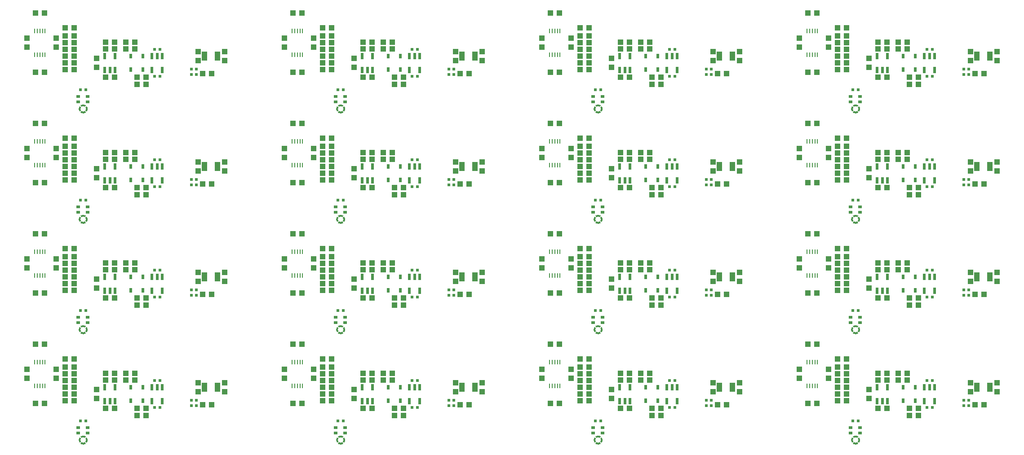
<source format=gbp>
G75*
%MOIN*%
%OFA0B0*%
%FSLAX25Y25*%
%IPPOS*%
%LPD*%
%AMOC8*
5,1,8,0,0,1.08239X$1,22.5*
%
%ADD10R,0.04331X0.03937*%
%ADD11R,0.02165X0.04724*%
%ADD12R,0.02480X0.03268*%
%ADD13R,0.03937X0.04331*%
%ADD14R,0.02362X0.02362*%
%ADD15R,0.03937X0.07087*%
%ADD16R,0.00984X0.03445*%
%ADD17R,0.02854X0.02055*%
%ADD18R,0.01969X0.00787*%
%ADD19C,0.00197*%
%ADD20R,0.00787X0.01969*%
D10*
X0132904Y0080933D03*
X0139596Y0080933D03*
X0139596Y0086433D03*
X0132904Y0086433D03*
X0116096Y0086433D03*
X0109404Y0086433D03*
X0086096Y0091933D03*
X0086096Y0096933D03*
X0086096Y0101933D03*
X0086096Y0106933D03*
X0086096Y0111933D03*
X0086096Y0116933D03*
X0086096Y0122933D03*
X0079404Y0122933D03*
X0079404Y0116933D03*
X0079404Y0111933D03*
X0079404Y0106933D03*
X0079404Y0101933D03*
X0079404Y0096933D03*
X0079404Y0091933D03*
X0064096Y0089933D03*
X0057404Y0089933D03*
X0109404Y0107433D03*
X0109404Y0112433D03*
X0116096Y0112433D03*
X0116096Y0107433D03*
X0124404Y0107433D03*
X0124404Y0112433D03*
X0131096Y0112433D03*
X0131096Y0107433D03*
X0181404Y0088933D03*
X0188096Y0088933D03*
X0248404Y0089933D03*
X0255096Y0089933D03*
X0270404Y0091933D03*
X0270404Y0096933D03*
X0270404Y0101933D03*
X0270404Y0106933D03*
X0270404Y0111933D03*
X0270404Y0116933D03*
X0270404Y0122933D03*
X0277096Y0122933D03*
X0277096Y0116933D03*
X0277096Y0111933D03*
X0277096Y0106933D03*
X0277096Y0101933D03*
X0277096Y0096933D03*
X0277096Y0091933D03*
X0300404Y0086433D03*
X0307096Y0086433D03*
X0323904Y0086433D03*
X0330596Y0086433D03*
X0330596Y0080933D03*
X0323904Y0080933D03*
X0372404Y0088933D03*
X0379096Y0088933D03*
X0322096Y0107433D03*
X0322096Y0112433D03*
X0315404Y0112433D03*
X0315404Y0107433D03*
X0307096Y0107433D03*
X0307096Y0112433D03*
X0300404Y0112433D03*
X0300404Y0107433D03*
X0255096Y0133933D03*
X0248404Y0133933D03*
X0323904Y0162933D03*
X0323904Y0168433D03*
X0330596Y0168433D03*
X0330596Y0162933D03*
X0307096Y0168433D03*
X0300404Y0168433D03*
X0277096Y0173933D03*
X0277096Y0178933D03*
X0277096Y0183933D03*
X0277096Y0188933D03*
X0277096Y0193933D03*
X0277096Y0198933D03*
X0277096Y0204933D03*
X0270404Y0204933D03*
X0270404Y0198933D03*
X0270404Y0193933D03*
X0270404Y0188933D03*
X0270404Y0183933D03*
X0270404Y0178933D03*
X0270404Y0173933D03*
X0255096Y0171933D03*
X0248404Y0171933D03*
X0300404Y0189433D03*
X0300404Y0194433D03*
X0307096Y0194433D03*
X0307096Y0189433D03*
X0315404Y0189433D03*
X0315404Y0194433D03*
X0322096Y0194433D03*
X0322096Y0189433D03*
X0372404Y0170933D03*
X0379096Y0170933D03*
X0439404Y0171933D03*
X0446096Y0171933D03*
X0461404Y0173933D03*
X0461404Y0178933D03*
X0461404Y0183933D03*
X0461404Y0188933D03*
X0461404Y0193933D03*
X0461404Y0198933D03*
X0461404Y0204933D03*
X0468096Y0204933D03*
X0468096Y0198933D03*
X0468096Y0193933D03*
X0468096Y0188933D03*
X0468096Y0183933D03*
X0468096Y0178933D03*
X0468096Y0173933D03*
X0491404Y0168433D03*
X0498096Y0168433D03*
X0514904Y0168433D03*
X0514904Y0162933D03*
X0521596Y0162933D03*
X0521596Y0168433D03*
X0513096Y0189433D03*
X0513096Y0194433D03*
X0506404Y0194433D03*
X0506404Y0189433D03*
X0498096Y0189433D03*
X0498096Y0194433D03*
X0491404Y0194433D03*
X0491404Y0189433D03*
X0446096Y0215933D03*
X0439404Y0215933D03*
X0514904Y0244933D03*
X0514904Y0250433D03*
X0521596Y0250433D03*
X0521596Y0244933D03*
X0498096Y0250433D03*
X0491404Y0250433D03*
X0468096Y0255933D03*
X0468096Y0260933D03*
X0468096Y0265933D03*
X0468096Y0270933D03*
X0468096Y0275933D03*
X0468096Y0280933D03*
X0468096Y0286933D03*
X0461404Y0286933D03*
X0461404Y0280933D03*
X0461404Y0275933D03*
X0461404Y0270933D03*
X0461404Y0265933D03*
X0461404Y0260933D03*
X0461404Y0255933D03*
X0446096Y0253933D03*
X0439404Y0253933D03*
X0491404Y0271433D03*
X0491404Y0276433D03*
X0498096Y0276433D03*
X0498096Y0271433D03*
X0506404Y0271433D03*
X0506404Y0276433D03*
X0513096Y0276433D03*
X0513096Y0271433D03*
X0563404Y0252933D03*
X0570096Y0252933D03*
X0630404Y0253933D03*
X0637096Y0253933D03*
X0652404Y0255933D03*
X0652404Y0260933D03*
X0652404Y0265933D03*
X0652404Y0270933D03*
X0652404Y0275933D03*
X0652404Y0280933D03*
X0652404Y0286933D03*
X0659096Y0286933D03*
X0659096Y0280933D03*
X0659096Y0275933D03*
X0659096Y0270933D03*
X0659096Y0265933D03*
X0659096Y0260933D03*
X0659096Y0255933D03*
X0682404Y0250433D03*
X0689096Y0250433D03*
X0705904Y0250433D03*
X0705904Y0244933D03*
X0712596Y0244933D03*
X0712596Y0250433D03*
X0754404Y0252933D03*
X0761096Y0252933D03*
X0704096Y0271433D03*
X0704096Y0276433D03*
X0697404Y0276433D03*
X0697404Y0271433D03*
X0689096Y0271433D03*
X0689096Y0276433D03*
X0682404Y0276433D03*
X0682404Y0271433D03*
X0637096Y0297933D03*
X0630404Y0297933D03*
X0705904Y0326933D03*
X0705904Y0332433D03*
X0712596Y0332433D03*
X0712596Y0326933D03*
X0689096Y0332433D03*
X0682404Y0332433D03*
X0659096Y0337933D03*
X0659096Y0342933D03*
X0659096Y0347933D03*
X0659096Y0352933D03*
X0659096Y0357933D03*
X0659096Y0362933D03*
X0659096Y0368933D03*
X0652404Y0368933D03*
X0652404Y0362933D03*
X0652404Y0357933D03*
X0652404Y0352933D03*
X0652404Y0347933D03*
X0652404Y0342933D03*
X0652404Y0337933D03*
X0637096Y0335933D03*
X0630404Y0335933D03*
X0682404Y0353433D03*
X0682404Y0358433D03*
X0689096Y0358433D03*
X0689096Y0353433D03*
X0697404Y0353433D03*
X0697404Y0358433D03*
X0704096Y0358433D03*
X0704096Y0353433D03*
X0754404Y0334933D03*
X0761096Y0334933D03*
X0637096Y0379933D03*
X0630404Y0379933D03*
X0570096Y0334933D03*
X0563404Y0334933D03*
X0521596Y0332433D03*
X0521596Y0326933D03*
X0514904Y0326933D03*
X0514904Y0332433D03*
X0498096Y0332433D03*
X0491404Y0332433D03*
X0468096Y0337933D03*
X0468096Y0342933D03*
X0468096Y0347933D03*
X0468096Y0352933D03*
X0468096Y0357933D03*
X0468096Y0362933D03*
X0468096Y0368933D03*
X0461404Y0368933D03*
X0461404Y0362933D03*
X0461404Y0357933D03*
X0461404Y0352933D03*
X0461404Y0347933D03*
X0461404Y0342933D03*
X0461404Y0337933D03*
X0446096Y0335933D03*
X0439404Y0335933D03*
X0491404Y0353433D03*
X0491404Y0358433D03*
X0498096Y0358433D03*
X0498096Y0353433D03*
X0506404Y0353433D03*
X0506404Y0358433D03*
X0513096Y0358433D03*
X0513096Y0353433D03*
X0446096Y0379933D03*
X0439404Y0379933D03*
X0379096Y0334933D03*
X0372404Y0334933D03*
X0330596Y0332433D03*
X0330596Y0326933D03*
X0323904Y0326933D03*
X0323904Y0332433D03*
X0307096Y0332433D03*
X0300404Y0332433D03*
X0277096Y0337933D03*
X0277096Y0342933D03*
X0277096Y0347933D03*
X0277096Y0352933D03*
X0277096Y0357933D03*
X0277096Y0362933D03*
X0277096Y0368933D03*
X0270404Y0368933D03*
X0270404Y0362933D03*
X0270404Y0357933D03*
X0270404Y0352933D03*
X0270404Y0347933D03*
X0270404Y0342933D03*
X0270404Y0337933D03*
X0255096Y0335933D03*
X0248404Y0335933D03*
X0300404Y0353433D03*
X0300404Y0358433D03*
X0307096Y0358433D03*
X0307096Y0353433D03*
X0315404Y0353433D03*
X0315404Y0358433D03*
X0322096Y0358433D03*
X0322096Y0353433D03*
X0255096Y0379933D03*
X0248404Y0379933D03*
X0188096Y0334933D03*
X0181404Y0334933D03*
X0139596Y0332433D03*
X0139596Y0326933D03*
X0132904Y0326933D03*
X0132904Y0332433D03*
X0116096Y0332433D03*
X0109404Y0332433D03*
X0086096Y0337933D03*
X0086096Y0342933D03*
X0086096Y0347933D03*
X0086096Y0352933D03*
X0086096Y0357933D03*
X0086096Y0362933D03*
X0086096Y0368933D03*
X0079404Y0368933D03*
X0079404Y0362933D03*
X0079404Y0357933D03*
X0079404Y0352933D03*
X0079404Y0347933D03*
X0079404Y0342933D03*
X0079404Y0337933D03*
X0064096Y0335933D03*
X0057404Y0335933D03*
X0109404Y0353433D03*
X0109404Y0358433D03*
X0116096Y0358433D03*
X0116096Y0353433D03*
X0124404Y0353433D03*
X0124404Y0358433D03*
X0131096Y0358433D03*
X0131096Y0353433D03*
X0064096Y0379933D03*
X0057404Y0379933D03*
X0057404Y0297933D03*
X0064096Y0297933D03*
X0079404Y0286933D03*
X0079404Y0280933D03*
X0079404Y0275933D03*
X0079404Y0270933D03*
X0079404Y0265933D03*
X0079404Y0260933D03*
X0079404Y0255933D03*
X0086096Y0255933D03*
X0086096Y0260933D03*
X0086096Y0265933D03*
X0086096Y0270933D03*
X0086096Y0275933D03*
X0086096Y0280933D03*
X0086096Y0286933D03*
X0109404Y0276433D03*
X0109404Y0271433D03*
X0116096Y0271433D03*
X0116096Y0276433D03*
X0124404Y0276433D03*
X0124404Y0271433D03*
X0131096Y0271433D03*
X0131096Y0276433D03*
X0132904Y0250433D03*
X0132904Y0244933D03*
X0139596Y0244933D03*
X0139596Y0250433D03*
X0116096Y0250433D03*
X0109404Y0250433D03*
X0064096Y0253933D03*
X0057404Y0253933D03*
X0057404Y0215933D03*
X0064096Y0215933D03*
X0079404Y0204933D03*
X0079404Y0198933D03*
X0079404Y0193933D03*
X0079404Y0188933D03*
X0079404Y0183933D03*
X0079404Y0178933D03*
X0079404Y0173933D03*
X0086096Y0173933D03*
X0086096Y0178933D03*
X0086096Y0183933D03*
X0086096Y0188933D03*
X0086096Y0193933D03*
X0086096Y0198933D03*
X0086096Y0204933D03*
X0109404Y0194433D03*
X0109404Y0189433D03*
X0116096Y0189433D03*
X0116096Y0194433D03*
X0124404Y0194433D03*
X0124404Y0189433D03*
X0131096Y0189433D03*
X0131096Y0194433D03*
X0132904Y0168433D03*
X0132904Y0162933D03*
X0139596Y0162933D03*
X0139596Y0168433D03*
X0116096Y0168433D03*
X0109404Y0168433D03*
X0064096Y0171933D03*
X0057404Y0171933D03*
X0057404Y0133933D03*
X0064096Y0133933D03*
X0181404Y0170933D03*
X0188096Y0170933D03*
X0248404Y0215933D03*
X0255096Y0215933D03*
X0323904Y0244933D03*
X0323904Y0250433D03*
X0330596Y0250433D03*
X0330596Y0244933D03*
X0307096Y0250433D03*
X0300404Y0250433D03*
X0277096Y0255933D03*
X0277096Y0260933D03*
X0277096Y0265933D03*
X0277096Y0270933D03*
X0277096Y0275933D03*
X0277096Y0280933D03*
X0277096Y0286933D03*
X0270404Y0286933D03*
X0270404Y0280933D03*
X0270404Y0275933D03*
X0270404Y0270933D03*
X0270404Y0265933D03*
X0270404Y0260933D03*
X0270404Y0255933D03*
X0255096Y0253933D03*
X0248404Y0253933D03*
X0300404Y0271433D03*
X0300404Y0276433D03*
X0307096Y0276433D03*
X0307096Y0271433D03*
X0315404Y0271433D03*
X0315404Y0276433D03*
X0322096Y0276433D03*
X0322096Y0271433D03*
X0372404Y0252933D03*
X0379096Y0252933D03*
X0439404Y0297933D03*
X0446096Y0297933D03*
X0255096Y0297933D03*
X0248404Y0297933D03*
X0188096Y0252933D03*
X0181404Y0252933D03*
X0439404Y0133933D03*
X0446096Y0133933D03*
X0461404Y0122933D03*
X0461404Y0116933D03*
X0461404Y0111933D03*
X0461404Y0106933D03*
X0461404Y0101933D03*
X0461404Y0096933D03*
X0461404Y0091933D03*
X0468096Y0091933D03*
X0468096Y0096933D03*
X0468096Y0101933D03*
X0468096Y0106933D03*
X0468096Y0111933D03*
X0468096Y0116933D03*
X0468096Y0122933D03*
X0491404Y0112433D03*
X0491404Y0107433D03*
X0498096Y0107433D03*
X0498096Y0112433D03*
X0506404Y0112433D03*
X0506404Y0107433D03*
X0513096Y0107433D03*
X0513096Y0112433D03*
X0514904Y0086433D03*
X0521596Y0086433D03*
X0521596Y0080933D03*
X0514904Y0080933D03*
X0498096Y0086433D03*
X0491404Y0086433D03*
X0446096Y0089933D03*
X0439404Y0089933D03*
X0563404Y0088933D03*
X0570096Y0088933D03*
X0630404Y0089933D03*
X0637096Y0089933D03*
X0652404Y0091933D03*
X0652404Y0096933D03*
X0652404Y0101933D03*
X0652404Y0106933D03*
X0652404Y0111933D03*
X0652404Y0116933D03*
X0652404Y0122933D03*
X0659096Y0122933D03*
X0659096Y0116933D03*
X0659096Y0111933D03*
X0659096Y0106933D03*
X0659096Y0101933D03*
X0659096Y0096933D03*
X0659096Y0091933D03*
X0682404Y0086433D03*
X0689096Y0086433D03*
X0705904Y0086433D03*
X0712596Y0086433D03*
X0712596Y0080933D03*
X0705904Y0080933D03*
X0754404Y0088933D03*
X0761096Y0088933D03*
X0704096Y0107433D03*
X0704096Y0112433D03*
X0697404Y0112433D03*
X0697404Y0107433D03*
X0689096Y0107433D03*
X0689096Y0112433D03*
X0682404Y0112433D03*
X0682404Y0107433D03*
X0637096Y0133933D03*
X0630404Y0133933D03*
X0705904Y0162933D03*
X0705904Y0168433D03*
X0712596Y0168433D03*
X0712596Y0162933D03*
X0689096Y0168433D03*
X0682404Y0168433D03*
X0659096Y0173933D03*
X0659096Y0178933D03*
X0659096Y0183933D03*
X0659096Y0188933D03*
X0659096Y0193933D03*
X0659096Y0198933D03*
X0659096Y0204933D03*
X0652404Y0204933D03*
X0652404Y0198933D03*
X0652404Y0193933D03*
X0652404Y0188933D03*
X0652404Y0183933D03*
X0652404Y0178933D03*
X0652404Y0173933D03*
X0637096Y0171933D03*
X0630404Y0171933D03*
X0682404Y0189433D03*
X0682404Y0194433D03*
X0689096Y0194433D03*
X0689096Y0189433D03*
X0697404Y0189433D03*
X0697404Y0194433D03*
X0704096Y0194433D03*
X0704096Y0189433D03*
X0754404Y0170933D03*
X0761096Y0170933D03*
X0637096Y0215933D03*
X0630404Y0215933D03*
X0570096Y0170933D03*
X0563404Y0170933D03*
D11*
X0533490Y0173815D03*
X0526010Y0173815D03*
X0526010Y0184052D03*
X0529750Y0184052D03*
X0533490Y0184052D03*
X0498490Y0184052D03*
X0491010Y0184052D03*
X0491010Y0173815D03*
X0494750Y0173815D03*
X0498490Y0173815D03*
X0342490Y0173815D03*
X0335010Y0173815D03*
X0335010Y0184052D03*
X0338750Y0184052D03*
X0342490Y0184052D03*
X0307490Y0184052D03*
X0300010Y0184052D03*
X0300010Y0173815D03*
X0303750Y0173815D03*
X0307490Y0173815D03*
X0151490Y0173815D03*
X0144010Y0173815D03*
X0144010Y0184052D03*
X0147750Y0184052D03*
X0151490Y0184052D03*
X0116490Y0184052D03*
X0109010Y0184052D03*
X0109010Y0173815D03*
X0112750Y0173815D03*
X0116490Y0173815D03*
X0116490Y0102052D03*
X0109010Y0102052D03*
X0109010Y0091815D03*
X0112750Y0091815D03*
X0116490Y0091815D03*
X0144010Y0091815D03*
X0151490Y0091815D03*
X0151490Y0102052D03*
X0147750Y0102052D03*
X0144010Y0102052D03*
X0300010Y0102052D03*
X0307490Y0102052D03*
X0307490Y0091815D03*
X0303750Y0091815D03*
X0300010Y0091815D03*
X0335010Y0091815D03*
X0342490Y0091815D03*
X0342490Y0102052D03*
X0338750Y0102052D03*
X0335010Y0102052D03*
X0491010Y0102052D03*
X0498490Y0102052D03*
X0498490Y0091815D03*
X0494750Y0091815D03*
X0491010Y0091815D03*
X0526010Y0091815D03*
X0533490Y0091815D03*
X0533490Y0102052D03*
X0529750Y0102052D03*
X0526010Y0102052D03*
X0682010Y0102052D03*
X0689490Y0102052D03*
X0689490Y0091815D03*
X0685750Y0091815D03*
X0682010Y0091815D03*
X0717010Y0091815D03*
X0724490Y0091815D03*
X0724490Y0102052D03*
X0720750Y0102052D03*
X0717010Y0102052D03*
X0717010Y0173815D03*
X0724490Y0173815D03*
X0724490Y0184052D03*
X0720750Y0184052D03*
X0717010Y0184052D03*
X0689490Y0184052D03*
X0682010Y0184052D03*
X0682010Y0173815D03*
X0685750Y0173815D03*
X0689490Y0173815D03*
X0689490Y0255815D03*
X0685750Y0255815D03*
X0682010Y0255815D03*
X0682010Y0266052D03*
X0689490Y0266052D03*
X0717010Y0266052D03*
X0720750Y0266052D03*
X0724490Y0266052D03*
X0724490Y0255815D03*
X0717010Y0255815D03*
X0533490Y0255815D03*
X0526010Y0255815D03*
X0526010Y0266052D03*
X0529750Y0266052D03*
X0533490Y0266052D03*
X0498490Y0266052D03*
X0491010Y0266052D03*
X0491010Y0255815D03*
X0494750Y0255815D03*
X0498490Y0255815D03*
X0342490Y0255815D03*
X0335010Y0255815D03*
X0335010Y0266052D03*
X0338750Y0266052D03*
X0342490Y0266052D03*
X0307490Y0266052D03*
X0300010Y0266052D03*
X0300010Y0255815D03*
X0303750Y0255815D03*
X0307490Y0255815D03*
X0151490Y0255815D03*
X0144010Y0255815D03*
X0144010Y0266052D03*
X0147750Y0266052D03*
X0151490Y0266052D03*
X0116490Y0266052D03*
X0109010Y0266052D03*
X0109010Y0255815D03*
X0112750Y0255815D03*
X0116490Y0255815D03*
X0116490Y0337815D03*
X0112750Y0337815D03*
X0109010Y0337815D03*
X0109010Y0348052D03*
X0116490Y0348052D03*
X0144010Y0348052D03*
X0147750Y0348052D03*
X0151490Y0348052D03*
X0151490Y0337815D03*
X0144010Y0337815D03*
X0300010Y0337815D03*
X0303750Y0337815D03*
X0307490Y0337815D03*
X0307490Y0348052D03*
X0300010Y0348052D03*
X0335010Y0348052D03*
X0338750Y0348052D03*
X0342490Y0348052D03*
X0342490Y0337815D03*
X0335010Y0337815D03*
X0491010Y0337815D03*
X0494750Y0337815D03*
X0498490Y0337815D03*
X0498490Y0348052D03*
X0491010Y0348052D03*
X0526010Y0348052D03*
X0529750Y0348052D03*
X0533490Y0348052D03*
X0533490Y0337815D03*
X0526010Y0337815D03*
X0682010Y0337815D03*
X0685750Y0337815D03*
X0689490Y0337815D03*
X0689490Y0348052D03*
X0682010Y0348052D03*
X0717010Y0348052D03*
X0720750Y0348052D03*
X0724490Y0348052D03*
X0724490Y0337815D03*
X0717010Y0337815D03*
D12*
X0710278Y0337933D03*
X0701222Y0337933D03*
X0701222Y0347933D03*
X0710278Y0347933D03*
X0710278Y0265933D03*
X0701222Y0265933D03*
X0701222Y0255933D03*
X0710278Y0255933D03*
X0710278Y0183933D03*
X0701222Y0183933D03*
X0701222Y0173933D03*
X0710278Y0173933D03*
X0710278Y0101933D03*
X0701222Y0101933D03*
X0701222Y0091933D03*
X0710278Y0091933D03*
X0519278Y0091933D03*
X0510222Y0091933D03*
X0510222Y0101933D03*
X0519278Y0101933D03*
X0519278Y0173933D03*
X0510222Y0173933D03*
X0510222Y0183933D03*
X0519278Y0183933D03*
X0519278Y0255933D03*
X0510222Y0255933D03*
X0510222Y0265933D03*
X0519278Y0265933D03*
X0519278Y0337933D03*
X0510222Y0337933D03*
X0510222Y0347933D03*
X0519278Y0347933D03*
X0328278Y0347933D03*
X0319222Y0347933D03*
X0319222Y0337933D03*
X0328278Y0337933D03*
X0328278Y0265933D03*
X0319222Y0265933D03*
X0319222Y0255933D03*
X0328278Y0255933D03*
X0328278Y0183933D03*
X0319222Y0183933D03*
X0319222Y0173933D03*
X0328278Y0173933D03*
X0328278Y0101933D03*
X0319222Y0101933D03*
X0319222Y0091933D03*
X0328278Y0091933D03*
X0137278Y0091933D03*
X0128222Y0091933D03*
X0128222Y0101933D03*
X0137278Y0101933D03*
X0137278Y0173933D03*
X0128222Y0173933D03*
X0128222Y0183933D03*
X0137278Y0183933D03*
X0137278Y0255933D03*
X0128222Y0255933D03*
X0128222Y0265933D03*
X0137278Y0265933D03*
X0137278Y0337933D03*
X0128222Y0337933D03*
X0128222Y0347933D03*
X0137278Y0347933D03*
D13*
X0102750Y0346280D03*
X0102750Y0339587D03*
X0072750Y0354587D03*
X0051250Y0354587D03*
X0051250Y0361280D03*
X0072750Y0361280D03*
X0178250Y0351280D03*
X0178250Y0344587D03*
X0197750Y0344587D03*
X0197750Y0351280D03*
X0242250Y0354587D03*
X0242250Y0361280D03*
X0263750Y0361280D03*
X0263750Y0354587D03*
X0293750Y0346280D03*
X0293750Y0339587D03*
X0369250Y0344587D03*
X0388750Y0344587D03*
X0388750Y0351280D03*
X0369250Y0351280D03*
X0433250Y0354587D03*
X0433250Y0361280D03*
X0454750Y0361280D03*
X0454750Y0354587D03*
X0484750Y0346280D03*
X0484750Y0339587D03*
X0560250Y0344587D03*
X0579750Y0344587D03*
X0579750Y0351280D03*
X0560250Y0351280D03*
X0624250Y0354587D03*
X0624250Y0361280D03*
X0645750Y0361280D03*
X0645750Y0354587D03*
X0675750Y0346280D03*
X0675750Y0339587D03*
X0751250Y0344587D03*
X0751250Y0351280D03*
X0770750Y0351280D03*
X0770750Y0344587D03*
X0645750Y0279280D03*
X0645750Y0272587D03*
X0624250Y0272587D03*
X0624250Y0279280D03*
X0579750Y0269280D03*
X0560250Y0269280D03*
X0560250Y0262587D03*
X0579750Y0262587D03*
X0484750Y0264280D03*
X0484750Y0257587D03*
X0454750Y0272587D03*
X0454750Y0279280D03*
X0433250Y0279280D03*
X0433250Y0272587D03*
X0388750Y0269280D03*
X0369250Y0269280D03*
X0369250Y0262587D03*
X0388750Y0262587D03*
X0293750Y0264280D03*
X0293750Y0257587D03*
X0263750Y0272587D03*
X0263750Y0279280D03*
X0242250Y0279280D03*
X0242250Y0272587D03*
X0197750Y0269280D03*
X0197750Y0262587D03*
X0178250Y0262587D03*
X0178250Y0269280D03*
X0102750Y0264280D03*
X0102750Y0257587D03*
X0072750Y0272587D03*
X0072750Y0279280D03*
X0051250Y0279280D03*
X0051250Y0272587D03*
X0051250Y0197280D03*
X0051250Y0190587D03*
X0072750Y0190587D03*
X0072750Y0197280D03*
X0102750Y0182280D03*
X0102750Y0175587D03*
X0178250Y0180587D03*
X0178250Y0187280D03*
X0197750Y0187280D03*
X0197750Y0180587D03*
X0242250Y0190587D03*
X0242250Y0197280D03*
X0263750Y0197280D03*
X0263750Y0190587D03*
X0293750Y0182280D03*
X0293750Y0175587D03*
X0369250Y0180587D03*
X0369250Y0187280D03*
X0388750Y0187280D03*
X0388750Y0180587D03*
X0433250Y0190587D03*
X0433250Y0197280D03*
X0454750Y0197280D03*
X0454750Y0190587D03*
X0484750Y0182280D03*
X0484750Y0175587D03*
X0560250Y0180587D03*
X0560250Y0187280D03*
X0579750Y0187280D03*
X0579750Y0180587D03*
X0624250Y0190587D03*
X0624250Y0197280D03*
X0645750Y0197280D03*
X0645750Y0190587D03*
X0675750Y0182280D03*
X0675750Y0175587D03*
X0751250Y0180587D03*
X0751250Y0187280D03*
X0770750Y0187280D03*
X0770750Y0180587D03*
X0645750Y0115280D03*
X0645750Y0108587D03*
X0624250Y0108587D03*
X0624250Y0115280D03*
X0579750Y0105280D03*
X0579750Y0098587D03*
X0560250Y0098587D03*
X0560250Y0105280D03*
X0484750Y0100280D03*
X0484750Y0093587D03*
X0454750Y0108587D03*
X0454750Y0115280D03*
X0433250Y0115280D03*
X0433250Y0108587D03*
X0388750Y0105280D03*
X0388750Y0098587D03*
X0369250Y0098587D03*
X0369250Y0105280D03*
X0293750Y0100280D03*
X0293750Y0093587D03*
X0263750Y0108587D03*
X0263750Y0115280D03*
X0242250Y0115280D03*
X0242250Y0108587D03*
X0197750Y0105280D03*
X0197750Y0098587D03*
X0178250Y0098587D03*
X0178250Y0105280D03*
X0102750Y0100280D03*
X0102750Y0093587D03*
X0072750Y0108587D03*
X0072750Y0115280D03*
X0051250Y0115280D03*
X0051250Y0108587D03*
X0675750Y0100280D03*
X0675750Y0093587D03*
X0751250Y0098587D03*
X0751250Y0105280D03*
X0770750Y0105280D03*
X0770750Y0098587D03*
X0675750Y0257587D03*
X0675750Y0264280D03*
X0751250Y0262587D03*
X0751250Y0269280D03*
X0770750Y0269280D03*
X0770750Y0262587D03*
D14*
X0749750Y0256402D03*
X0746250Y0256402D03*
X0746250Y0252465D03*
X0749750Y0252465D03*
X0722719Y0250933D03*
X0718781Y0250933D03*
X0718781Y0270933D03*
X0722719Y0270933D03*
X0667719Y0240933D03*
X0663781Y0240933D03*
X0558750Y0252465D03*
X0555250Y0252465D03*
X0555250Y0256402D03*
X0558750Y0256402D03*
X0531719Y0250933D03*
X0527781Y0250933D03*
X0527781Y0270933D03*
X0531719Y0270933D03*
X0476719Y0240933D03*
X0472781Y0240933D03*
X0367750Y0252465D03*
X0364250Y0252465D03*
X0364250Y0256402D03*
X0367750Y0256402D03*
X0340719Y0250933D03*
X0336781Y0250933D03*
X0336781Y0270933D03*
X0340719Y0270933D03*
X0285719Y0240933D03*
X0281781Y0240933D03*
X0176750Y0252465D03*
X0173250Y0252465D03*
X0173250Y0256402D03*
X0176750Y0256402D03*
X0149719Y0250933D03*
X0145781Y0250933D03*
X0145781Y0270933D03*
X0149719Y0270933D03*
X0094719Y0240933D03*
X0090781Y0240933D03*
X0145781Y0188933D03*
X0149719Y0188933D03*
X0173250Y0174402D03*
X0176750Y0174402D03*
X0176750Y0170465D03*
X0173250Y0170465D03*
X0149719Y0168933D03*
X0145781Y0168933D03*
X0094719Y0158933D03*
X0090781Y0158933D03*
X0145781Y0106933D03*
X0149719Y0106933D03*
X0173250Y0092402D03*
X0176750Y0092402D03*
X0176750Y0088465D03*
X0173250Y0088465D03*
X0149719Y0086933D03*
X0145781Y0086933D03*
X0094719Y0076933D03*
X0090781Y0076933D03*
X0281781Y0076933D03*
X0285719Y0076933D03*
X0336781Y0086933D03*
X0340719Y0086933D03*
X0364250Y0088465D03*
X0367750Y0088465D03*
X0367750Y0092402D03*
X0364250Y0092402D03*
X0340719Y0106933D03*
X0336781Y0106933D03*
X0285719Y0158933D03*
X0281781Y0158933D03*
X0336781Y0168933D03*
X0340719Y0168933D03*
X0364250Y0170465D03*
X0367750Y0170465D03*
X0367750Y0174402D03*
X0364250Y0174402D03*
X0340719Y0188933D03*
X0336781Y0188933D03*
X0472781Y0158933D03*
X0476719Y0158933D03*
X0527781Y0168933D03*
X0531719Y0168933D03*
X0555250Y0170465D03*
X0558750Y0170465D03*
X0558750Y0174402D03*
X0555250Y0174402D03*
X0531719Y0188933D03*
X0527781Y0188933D03*
X0663781Y0158933D03*
X0667719Y0158933D03*
X0718781Y0168933D03*
X0722719Y0168933D03*
X0746250Y0170465D03*
X0749750Y0170465D03*
X0749750Y0174402D03*
X0746250Y0174402D03*
X0722719Y0188933D03*
X0718781Y0188933D03*
X0718781Y0106933D03*
X0722719Y0106933D03*
X0746250Y0092402D03*
X0749750Y0092402D03*
X0749750Y0088465D03*
X0746250Y0088465D03*
X0722719Y0086933D03*
X0718781Y0086933D03*
X0667719Y0076933D03*
X0663781Y0076933D03*
X0558750Y0088465D03*
X0555250Y0088465D03*
X0555250Y0092402D03*
X0558750Y0092402D03*
X0531719Y0086933D03*
X0527781Y0086933D03*
X0527781Y0106933D03*
X0531719Y0106933D03*
X0476719Y0076933D03*
X0472781Y0076933D03*
X0472781Y0322933D03*
X0476719Y0322933D03*
X0527781Y0332933D03*
X0531719Y0332933D03*
X0555250Y0334465D03*
X0558750Y0334465D03*
X0558750Y0338402D03*
X0555250Y0338402D03*
X0531719Y0352933D03*
X0527781Y0352933D03*
X0663781Y0322933D03*
X0667719Y0322933D03*
X0718781Y0332933D03*
X0722719Y0332933D03*
X0746250Y0334465D03*
X0749750Y0334465D03*
X0749750Y0338402D03*
X0746250Y0338402D03*
X0722719Y0352933D03*
X0718781Y0352933D03*
X0367750Y0338402D03*
X0364250Y0338402D03*
X0364250Y0334465D03*
X0367750Y0334465D03*
X0340719Y0332933D03*
X0336781Y0332933D03*
X0336781Y0352933D03*
X0340719Y0352933D03*
X0285719Y0322933D03*
X0281781Y0322933D03*
X0176750Y0334465D03*
X0173250Y0334465D03*
X0173250Y0338402D03*
X0176750Y0338402D03*
X0149719Y0332933D03*
X0145781Y0332933D03*
X0145781Y0352933D03*
X0149719Y0352933D03*
X0094719Y0322933D03*
X0090781Y0322933D03*
D15*
X0182829Y0347933D03*
X0192671Y0347933D03*
X0373829Y0347933D03*
X0383671Y0347933D03*
X0564829Y0347933D03*
X0574671Y0347933D03*
X0755829Y0347933D03*
X0765671Y0347933D03*
X0765671Y0265933D03*
X0755829Y0265933D03*
X0574671Y0265933D03*
X0564829Y0265933D03*
X0383671Y0265933D03*
X0373829Y0265933D03*
X0192671Y0265933D03*
X0182829Y0265933D03*
X0182829Y0183933D03*
X0192671Y0183933D03*
X0373829Y0183933D03*
X0383671Y0183933D03*
X0564829Y0183933D03*
X0574671Y0183933D03*
X0755829Y0183933D03*
X0765671Y0183933D03*
X0765671Y0101933D03*
X0755829Y0101933D03*
X0574671Y0101933D03*
X0564829Y0101933D03*
X0383671Y0101933D03*
X0373829Y0101933D03*
X0192671Y0101933D03*
X0182829Y0101933D03*
D16*
X0247813Y0103026D03*
X0249781Y0103026D03*
X0251750Y0103026D03*
X0253719Y0103026D03*
X0255687Y0103026D03*
X0255687Y0120841D03*
X0253719Y0120841D03*
X0251750Y0120841D03*
X0249781Y0120841D03*
X0247813Y0120841D03*
X0247813Y0185026D03*
X0249781Y0185026D03*
X0251750Y0185026D03*
X0253719Y0185026D03*
X0255687Y0185026D03*
X0255687Y0202841D03*
X0253719Y0202841D03*
X0251750Y0202841D03*
X0249781Y0202841D03*
X0247813Y0202841D03*
X0247813Y0267026D03*
X0249781Y0267026D03*
X0251750Y0267026D03*
X0253719Y0267026D03*
X0255687Y0267026D03*
X0255687Y0284841D03*
X0253719Y0284841D03*
X0251750Y0284841D03*
X0249781Y0284841D03*
X0247813Y0284841D03*
X0247813Y0349026D03*
X0249781Y0349026D03*
X0251750Y0349026D03*
X0253719Y0349026D03*
X0255687Y0349026D03*
X0255687Y0366841D03*
X0253719Y0366841D03*
X0251750Y0366841D03*
X0249781Y0366841D03*
X0247813Y0366841D03*
X0064687Y0366841D03*
X0062719Y0366841D03*
X0060750Y0366841D03*
X0058781Y0366841D03*
X0056813Y0366841D03*
X0056813Y0349026D03*
X0058781Y0349026D03*
X0060750Y0349026D03*
X0062719Y0349026D03*
X0064687Y0349026D03*
X0064687Y0284841D03*
X0062719Y0284841D03*
X0060750Y0284841D03*
X0058781Y0284841D03*
X0056813Y0284841D03*
X0056813Y0267026D03*
X0058781Y0267026D03*
X0060750Y0267026D03*
X0062719Y0267026D03*
X0064687Y0267026D03*
X0064687Y0202841D03*
X0062719Y0202841D03*
X0060750Y0202841D03*
X0058781Y0202841D03*
X0056813Y0202841D03*
X0056813Y0185026D03*
X0058781Y0185026D03*
X0060750Y0185026D03*
X0062719Y0185026D03*
X0064687Y0185026D03*
X0064687Y0120841D03*
X0062719Y0120841D03*
X0060750Y0120841D03*
X0058781Y0120841D03*
X0056813Y0120841D03*
X0056813Y0103026D03*
X0058781Y0103026D03*
X0060750Y0103026D03*
X0062719Y0103026D03*
X0064687Y0103026D03*
X0438813Y0103026D03*
X0440781Y0103026D03*
X0442750Y0103026D03*
X0444719Y0103026D03*
X0446687Y0103026D03*
X0446687Y0120841D03*
X0444719Y0120841D03*
X0442750Y0120841D03*
X0440781Y0120841D03*
X0438813Y0120841D03*
X0438813Y0185026D03*
X0440781Y0185026D03*
X0442750Y0185026D03*
X0444719Y0185026D03*
X0446687Y0185026D03*
X0446687Y0202841D03*
X0444719Y0202841D03*
X0442750Y0202841D03*
X0440781Y0202841D03*
X0438813Y0202841D03*
X0438813Y0267026D03*
X0440781Y0267026D03*
X0442750Y0267026D03*
X0444719Y0267026D03*
X0446687Y0267026D03*
X0446687Y0284841D03*
X0444719Y0284841D03*
X0442750Y0284841D03*
X0440781Y0284841D03*
X0438813Y0284841D03*
X0438813Y0349026D03*
X0440781Y0349026D03*
X0442750Y0349026D03*
X0444719Y0349026D03*
X0446687Y0349026D03*
X0446687Y0366841D03*
X0444719Y0366841D03*
X0442750Y0366841D03*
X0440781Y0366841D03*
X0438813Y0366841D03*
X0629813Y0366841D03*
X0631781Y0366841D03*
X0633750Y0366841D03*
X0635719Y0366841D03*
X0637687Y0366841D03*
X0637687Y0349026D03*
X0635719Y0349026D03*
X0633750Y0349026D03*
X0631781Y0349026D03*
X0629813Y0349026D03*
X0629813Y0284841D03*
X0631781Y0284841D03*
X0633750Y0284841D03*
X0635719Y0284841D03*
X0637687Y0284841D03*
X0637687Y0267026D03*
X0635719Y0267026D03*
X0633750Y0267026D03*
X0631781Y0267026D03*
X0629813Y0267026D03*
X0629813Y0202841D03*
X0631781Y0202841D03*
X0633750Y0202841D03*
X0635719Y0202841D03*
X0637687Y0202841D03*
X0637687Y0185026D03*
X0635719Y0185026D03*
X0633750Y0185026D03*
X0631781Y0185026D03*
X0629813Y0185026D03*
X0629813Y0120841D03*
X0631781Y0120841D03*
X0633750Y0120841D03*
X0635719Y0120841D03*
X0637687Y0120841D03*
X0637687Y0103026D03*
X0635719Y0103026D03*
X0633750Y0103026D03*
X0631781Y0103026D03*
X0629813Y0103026D03*
D17*
X0662207Y0072051D03*
X0662207Y0068114D03*
X0669293Y0068114D03*
X0669293Y0072051D03*
X0669293Y0150114D03*
X0669293Y0154051D03*
X0662207Y0154051D03*
X0662207Y0150114D03*
X0478293Y0150114D03*
X0478293Y0154051D03*
X0471207Y0154051D03*
X0471207Y0150114D03*
X0471207Y0072051D03*
X0471207Y0068114D03*
X0478293Y0068114D03*
X0478293Y0072051D03*
X0287293Y0072051D03*
X0287293Y0068114D03*
X0280207Y0068114D03*
X0280207Y0072051D03*
X0280207Y0150114D03*
X0280207Y0154051D03*
X0287293Y0154051D03*
X0287293Y0150114D03*
X0287293Y0232114D03*
X0287293Y0236051D03*
X0280207Y0236051D03*
X0280207Y0232114D03*
X0471207Y0232114D03*
X0471207Y0236051D03*
X0478293Y0236051D03*
X0478293Y0232114D03*
X0662207Y0232114D03*
X0662207Y0236051D03*
X0669293Y0236051D03*
X0669293Y0232114D03*
X0669293Y0314114D03*
X0669293Y0318051D03*
X0662207Y0318051D03*
X0662207Y0314114D03*
X0478293Y0314114D03*
X0478293Y0318051D03*
X0471207Y0318051D03*
X0471207Y0314114D03*
X0287293Y0314114D03*
X0287293Y0318051D03*
X0280207Y0318051D03*
X0280207Y0314114D03*
X0096293Y0314114D03*
X0096293Y0318051D03*
X0089207Y0318051D03*
X0089207Y0314114D03*
X0089207Y0236051D03*
X0089207Y0232114D03*
X0096293Y0232114D03*
X0096293Y0236051D03*
X0096293Y0154051D03*
X0096293Y0150114D03*
X0089207Y0150114D03*
X0089207Y0154051D03*
X0089207Y0072051D03*
X0089207Y0068114D03*
X0096293Y0068114D03*
X0096293Y0072051D03*
D18*
X0092750Y0065555D03*
X0092750Y0060437D03*
X0283750Y0060437D03*
X0283750Y0065555D03*
X0283750Y0142437D03*
X0283750Y0147555D03*
X0283750Y0224437D03*
X0283750Y0229555D03*
X0283750Y0306437D03*
X0283750Y0311555D03*
X0092750Y0311555D03*
X0092750Y0306437D03*
X0092750Y0229555D03*
X0092750Y0224437D03*
X0092750Y0147555D03*
X0092750Y0142437D03*
X0474750Y0142437D03*
X0474750Y0147555D03*
X0474750Y0224437D03*
X0474750Y0229555D03*
X0474750Y0306437D03*
X0474750Y0311555D03*
X0665750Y0311555D03*
X0665750Y0306437D03*
X0665750Y0229555D03*
X0665750Y0224437D03*
X0665750Y0147555D03*
X0665750Y0142437D03*
X0665750Y0065555D03*
X0665750Y0060437D03*
X0474750Y0060437D03*
X0474750Y0065555D03*
D19*
X0091569Y0061244D02*
X0091018Y0060429D01*
X0091554Y0060130D01*
X0092139Y0059945D01*
X0092750Y0059883D01*
X0093361Y0059945D01*
X0093946Y0060130D01*
X0094482Y0060429D01*
X0093931Y0061244D01*
X0093566Y0061040D01*
X0093166Y0060914D01*
X0092750Y0060872D01*
X0092334Y0060914D01*
X0091934Y0061040D01*
X0091569Y0061244D01*
X0091934Y0061040D01*
X0092334Y0060914D01*
X0092750Y0060872D01*
X0093166Y0060914D01*
X0093566Y0061040D01*
X0093931Y0061244D01*
X0094482Y0060429D01*
X0093946Y0060130D01*
X0093361Y0059945D01*
X0092750Y0059883D01*
X0092139Y0059945D01*
X0091554Y0060130D01*
X0091018Y0060429D01*
X0091569Y0061244D01*
X0091934Y0061040D01*
X0092334Y0060914D01*
X0092750Y0060872D01*
X0093166Y0060914D01*
X0093566Y0061040D01*
X0093931Y0061244D01*
X0094482Y0060429D01*
X0093946Y0060130D01*
X0093361Y0059945D01*
X0092750Y0059883D01*
X0092139Y0059945D01*
X0091554Y0060130D01*
X0091018Y0060429D01*
X0091569Y0061244D01*
X0091934Y0061040D01*
X0092334Y0060914D01*
X0092750Y0060872D01*
X0093166Y0060914D01*
X0093566Y0061040D01*
X0093931Y0061244D01*
X0094482Y0060429D01*
X0093946Y0060130D01*
X0093361Y0059945D01*
X0092750Y0059883D01*
X0092139Y0059945D01*
X0091554Y0060130D01*
X0091018Y0060429D01*
X0091569Y0061244D01*
X0091934Y0061040D01*
X0092334Y0060914D01*
X0092750Y0060872D01*
X0093166Y0060914D01*
X0093566Y0061040D01*
X0093931Y0061244D01*
X0094482Y0060429D01*
X0093946Y0060130D01*
X0093361Y0059945D01*
X0092750Y0059883D01*
X0092139Y0059945D01*
X0091554Y0060130D01*
X0091018Y0060429D01*
X0091569Y0061244D01*
X0091934Y0061040D01*
X0092334Y0060914D01*
X0092750Y0060872D01*
X0093166Y0060914D01*
X0093566Y0061040D01*
X0093931Y0061244D01*
X0094482Y0060429D01*
X0093946Y0060130D01*
X0093361Y0059945D01*
X0092750Y0059883D01*
X0092139Y0059945D01*
X0091554Y0060130D01*
X0091018Y0060429D01*
X0091569Y0061244D01*
X0091934Y0061040D01*
X0092334Y0060914D01*
X0092750Y0060872D01*
X0093166Y0060914D01*
X0093566Y0061040D01*
X0093931Y0061244D01*
X0094482Y0060429D01*
X0093946Y0060130D01*
X0093361Y0059945D01*
X0092750Y0059883D01*
X0092139Y0059945D01*
X0091554Y0060130D01*
X0091018Y0060429D01*
X0091569Y0061244D01*
X0091560Y0061231D02*
X0091592Y0061231D01*
X0091560Y0061231D01*
X0091592Y0061231D01*
X0091560Y0061231D01*
X0091592Y0061231D01*
X0091560Y0061231D01*
X0091592Y0061231D01*
X0091428Y0061036D02*
X0091948Y0061036D01*
X0091428Y0061036D01*
X0091948Y0061036D01*
X0091428Y0061036D01*
X0091948Y0061036D01*
X0091428Y0061036D01*
X0091948Y0061036D01*
X0091296Y0060840D02*
X0094204Y0060840D01*
X0091296Y0060840D01*
X0094204Y0060840D01*
X0091296Y0060840D01*
X0094204Y0060840D01*
X0091296Y0060840D01*
X0094204Y0060840D01*
X0094336Y0060645D02*
X0091164Y0060645D01*
X0094336Y0060645D01*
X0091164Y0060645D01*
X0094336Y0060645D01*
X0091164Y0060645D01*
X0094336Y0060645D01*
X0091164Y0060645D01*
X0091032Y0060450D02*
X0094468Y0060450D01*
X0091032Y0060450D01*
X0094468Y0060450D01*
X0091032Y0060450D01*
X0094468Y0060450D01*
X0091032Y0060450D01*
X0094468Y0060450D01*
X0094169Y0060254D02*
X0091331Y0060254D01*
X0094169Y0060254D01*
X0091331Y0060254D01*
X0094169Y0060254D01*
X0091331Y0060254D01*
X0094169Y0060254D01*
X0091331Y0060254D01*
X0091779Y0060059D02*
X0093721Y0060059D01*
X0091779Y0060059D01*
X0093721Y0060059D01*
X0091779Y0060059D01*
X0093721Y0060059D01*
X0091779Y0060059D01*
X0093721Y0060059D01*
X0093552Y0061036D02*
X0094072Y0061036D01*
X0093552Y0061036D01*
X0094072Y0061036D01*
X0093552Y0061036D01*
X0094072Y0061036D01*
X0093552Y0061036D01*
X0094072Y0061036D01*
X0093940Y0061231D02*
X0093908Y0061231D01*
X0093940Y0061231D01*
X0093908Y0061231D01*
X0093940Y0061231D01*
X0093908Y0061231D01*
X0093940Y0061231D01*
X0093908Y0061231D01*
X0094502Y0061815D02*
X0094706Y0062180D01*
X0094832Y0062580D01*
X0094874Y0062996D01*
X0094832Y0063412D01*
X0094706Y0063812D01*
X0094502Y0064177D01*
X0095317Y0064728D01*
X0095616Y0064192D01*
X0095801Y0063607D01*
X0095863Y0062996D01*
X0095801Y0062385D01*
X0095616Y0061800D01*
X0095317Y0061264D01*
X0094502Y0061815D01*
X0094503Y0061817D02*
X0095622Y0061817D01*
X0095683Y0062012D02*
X0094612Y0062012D01*
X0094715Y0062208D02*
X0095745Y0062208D01*
X0095803Y0062403D02*
X0094776Y0062403D01*
X0094834Y0062599D02*
X0095823Y0062599D01*
X0095842Y0062794D02*
X0094854Y0062794D01*
X0094874Y0062989D02*
X0095862Y0062989D01*
X0095844Y0063185D02*
X0094855Y0063185D01*
X0094835Y0063380D02*
X0095824Y0063380D01*
X0095804Y0063575D02*
X0094780Y0063575D01*
X0094719Y0063771D02*
X0095749Y0063771D01*
X0095687Y0063966D02*
X0094620Y0063966D01*
X0094511Y0064161D02*
X0095626Y0064161D01*
X0095524Y0064357D02*
X0094768Y0064357D01*
X0095056Y0064552D02*
X0095415Y0064552D01*
X0094327Y0065334D02*
X0091173Y0065334D01*
X0091041Y0065529D02*
X0094459Y0065529D01*
X0094482Y0065563D02*
X0093931Y0064748D01*
X0093566Y0064952D01*
X0093166Y0065078D01*
X0092750Y0065120D01*
X0092334Y0065078D01*
X0091934Y0064952D01*
X0091569Y0064748D01*
X0091018Y0065563D01*
X0091554Y0065862D01*
X0092139Y0066047D01*
X0092750Y0066109D01*
X0093361Y0066047D01*
X0093946Y0065862D01*
X0094482Y0065563D01*
X0094193Y0065724D02*
X0091307Y0065724D01*
X0091736Y0065920D02*
X0093764Y0065920D01*
X0094195Y0065138D02*
X0091305Y0065138D01*
X0091437Y0064943D02*
X0091918Y0064943D01*
X0090998Y0064177D02*
X0090794Y0063812D01*
X0090668Y0063412D01*
X0090626Y0062996D01*
X0090668Y0062580D01*
X0090794Y0062180D01*
X0090998Y0061815D01*
X0090183Y0061264D01*
X0089884Y0061800D01*
X0089699Y0062385D01*
X0089637Y0062996D01*
X0089699Y0063607D01*
X0089884Y0064192D01*
X0090183Y0064728D01*
X0090998Y0064177D01*
X0090989Y0064161D02*
X0089874Y0064161D01*
X0089813Y0063966D02*
X0090880Y0063966D01*
X0090781Y0063771D02*
X0089751Y0063771D01*
X0089696Y0063575D02*
X0090720Y0063575D01*
X0090665Y0063380D02*
X0089676Y0063380D01*
X0089656Y0063185D02*
X0090645Y0063185D01*
X0090626Y0062989D02*
X0089638Y0062989D01*
X0089658Y0062794D02*
X0090646Y0062794D01*
X0090666Y0062599D02*
X0089677Y0062599D01*
X0089697Y0062403D02*
X0090724Y0062403D01*
X0090785Y0062208D02*
X0089755Y0062208D01*
X0089817Y0062012D02*
X0090888Y0062012D01*
X0090997Y0061817D02*
X0089878Y0061817D01*
X0089983Y0061622D02*
X0090712Y0061622D01*
X0090424Y0061426D02*
X0090092Y0061426D01*
X0089976Y0064357D02*
X0090732Y0064357D01*
X0090444Y0064552D02*
X0090085Y0064552D01*
X0093582Y0064943D02*
X0094063Y0064943D01*
X0094788Y0061622D02*
X0095517Y0061622D01*
X0095408Y0061426D02*
X0095077Y0061426D01*
X0092750Y0141883D02*
X0092139Y0141945D01*
X0091554Y0142130D01*
X0091018Y0142429D01*
X0091569Y0143244D01*
X0091934Y0143040D01*
X0092334Y0142914D01*
X0092750Y0142872D01*
X0093166Y0142914D01*
X0093566Y0143040D01*
X0093931Y0143244D01*
X0094482Y0142429D01*
X0093946Y0142130D01*
X0093361Y0141945D01*
X0092750Y0141883D01*
X0092139Y0141945D01*
X0091554Y0142130D01*
X0091018Y0142429D01*
X0091569Y0143244D01*
X0091934Y0143040D01*
X0092334Y0142914D01*
X0092750Y0142872D01*
X0093166Y0142914D01*
X0093566Y0143040D01*
X0093931Y0143244D01*
X0094482Y0142429D01*
X0093946Y0142130D01*
X0093361Y0141945D01*
X0092750Y0141883D01*
X0092139Y0141945D01*
X0091554Y0142130D01*
X0091018Y0142429D01*
X0091569Y0143244D01*
X0091934Y0143040D01*
X0092334Y0142914D01*
X0092750Y0142872D01*
X0093166Y0142914D01*
X0093566Y0143040D01*
X0093931Y0143244D01*
X0094482Y0142429D01*
X0093946Y0142130D01*
X0093361Y0141945D01*
X0092750Y0141883D01*
X0092139Y0141945D01*
X0091554Y0142130D01*
X0091018Y0142429D01*
X0091569Y0143244D01*
X0091934Y0143040D01*
X0092334Y0142914D01*
X0092750Y0142872D01*
X0093166Y0142914D01*
X0093566Y0143040D01*
X0093931Y0143244D01*
X0094482Y0142429D01*
X0093946Y0142130D01*
X0093361Y0141945D01*
X0092750Y0141883D01*
X0092139Y0141945D01*
X0091554Y0142130D01*
X0091018Y0142429D01*
X0091569Y0143244D01*
X0091934Y0143040D01*
X0092334Y0142914D01*
X0092750Y0142872D01*
X0093166Y0142914D01*
X0093566Y0143040D01*
X0093931Y0143244D01*
X0094482Y0142429D01*
X0093946Y0142130D01*
X0093361Y0141945D01*
X0092750Y0141883D01*
X0092139Y0141945D01*
X0091554Y0142130D01*
X0091018Y0142429D01*
X0091569Y0143244D01*
X0091934Y0143040D01*
X0092334Y0142914D01*
X0092750Y0142872D01*
X0093166Y0142914D01*
X0093566Y0143040D01*
X0093931Y0143244D01*
X0094482Y0142429D01*
X0093946Y0142130D01*
X0093361Y0141945D01*
X0092750Y0141883D01*
X0092139Y0141945D01*
X0091554Y0142130D01*
X0091018Y0142429D01*
X0091569Y0143244D01*
X0091934Y0143040D01*
X0092334Y0142914D01*
X0092750Y0142872D01*
X0093166Y0142914D01*
X0093566Y0143040D01*
X0093931Y0143244D01*
X0094482Y0142429D01*
X0093946Y0142130D01*
X0093361Y0141945D01*
X0092750Y0141883D01*
X0092432Y0141915D02*
X0093068Y0141915D01*
X0092432Y0141915D01*
X0093068Y0141915D01*
X0092432Y0141915D01*
X0093068Y0141915D01*
X0092432Y0141915D01*
X0093068Y0141915D01*
X0093885Y0142111D02*
X0091615Y0142111D01*
X0093885Y0142111D01*
X0091615Y0142111D01*
X0093885Y0142111D01*
X0091615Y0142111D01*
X0093885Y0142111D01*
X0091615Y0142111D01*
X0091238Y0142306D02*
X0094262Y0142306D01*
X0091238Y0142306D01*
X0094262Y0142306D01*
X0091238Y0142306D01*
X0094262Y0142306D01*
X0091238Y0142306D01*
X0094262Y0142306D01*
X0094433Y0142502D02*
X0091067Y0142502D01*
X0094433Y0142502D01*
X0091067Y0142502D01*
X0094433Y0142502D01*
X0091067Y0142502D01*
X0094433Y0142502D01*
X0091067Y0142502D01*
X0091199Y0142697D02*
X0094301Y0142697D01*
X0091199Y0142697D01*
X0094301Y0142697D01*
X0091199Y0142697D01*
X0094301Y0142697D01*
X0091199Y0142697D01*
X0094301Y0142697D01*
X0094169Y0142892D02*
X0092951Y0142892D01*
X0094169Y0142892D01*
X0092951Y0142892D01*
X0094169Y0142892D01*
X0092951Y0142892D01*
X0094169Y0142892D01*
X0092951Y0142892D01*
X0092549Y0142892D02*
X0091331Y0142892D01*
X0092549Y0142892D01*
X0091331Y0142892D01*
X0092549Y0142892D01*
X0091331Y0142892D01*
X0092549Y0142892D01*
X0091331Y0142892D01*
X0091463Y0143088D02*
X0091849Y0143088D01*
X0091463Y0143088D01*
X0091849Y0143088D01*
X0091463Y0143088D01*
X0091849Y0143088D01*
X0091463Y0143088D01*
X0091849Y0143088D01*
X0090998Y0143815D02*
X0090183Y0143264D01*
X0089884Y0143800D01*
X0089699Y0144385D01*
X0089637Y0144996D01*
X0089699Y0145607D01*
X0089884Y0146192D01*
X0090183Y0146728D01*
X0090998Y0146177D01*
X0090794Y0145812D01*
X0090668Y0145412D01*
X0090626Y0144996D01*
X0090668Y0144580D01*
X0090794Y0144180D01*
X0090998Y0143815D01*
X0090968Y0143869D02*
X0089862Y0143869D01*
X0089800Y0144064D02*
X0090859Y0144064D01*
X0090769Y0144260D02*
X0089739Y0144260D01*
X0089692Y0144455D02*
X0090707Y0144455D01*
X0090661Y0144650D02*
X0089672Y0144650D01*
X0089652Y0144846D02*
X0090641Y0144846D01*
X0090630Y0145041D02*
X0089641Y0145041D01*
X0089661Y0145237D02*
X0090650Y0145237D01*
X0090674Y0145432D02*
X0089681Y0145432D01*
X0089706Y0145627D02*
X0090736Y0145627D01*
X0090800Y0145823D02*
X0089767Y0145823D01*
X0089829Y0146018D02*
X0090909Y0146018D01*
X0090944Y0146213D02*
X0089896Y0146213D01*
X0090005Y0146409D02*
X0090656Y0146409D01*
X0090367Y0146604D02*
X0090114Y0146604D01*
X0091138Y0147386D02*
X0094362Y0147386D01*
X0094450Y0147581D02*
X0091050Y0147581D01*
X0091018Y0147563D02*
X0091569Y0146748D01*
X0091934Y0146952D01*
X0092334Y0147078D01*
X0092750Y0147120D01*
X0093166Y0147078D01*
X0093566Y0146952D01*
X0093931Y0146748D01*
X0094482Y0147563D01*
X0093946Y0147862D01*
X0093361Y0148047D01*
X0092750Y0148109D01*
X0092139Y0148047D01*
X0091554Y0147862D01*
X0091018Y0147563D01*
X0091400Y0147776D02*
X0094100Y0147776D01*
X0093599Y0147972D02*
X0091901Y0147972D01*
X0092070Y0146995D02*
X0091402Y0146995D01*
X0091270Y0147190D02*
X0094230Y0147190D01*
X0094098Y0146995D02*
X0093430Y0146995D01*
X0093839Y0146799D02*
X0093966Y0146799D01*
X0094502Y0146177D02*
X0095317Y0146728D01*
X0095616Y0146192D01*
X0095801Y0145607D01*
X0095863Y0144996D01*
X0095801Y0144385D01*
X0095616Y0143800D01*
X0095317Y0143264D01*
X0094502Y0143815D01*
X0094706Y0144180D01*
X0094832Y0144580D01*
X0094874Y0144996D01*
X0094832Y0145412D01*
X0094706Y0145812D01*
X0094502Y0146177D01*
X0094555Y0146213D02*
X0095604Y0146213D01*
X0095671Y0146018D02*
X0094591Y0146018D01*
X0094700Y0145823D02*
X0095733Y0145823D01*
X0095794Y0145627D02*
X0094764Y0145627D01*
X0094826Y0145432D02*
X0095819Y0145432D01*
X0095839Y0145237D02*
X0094850Y0145237D01*
X0094870Y0145041D02*
X0095859Y0145041D01*
X0095848Y0144846D02*
X0094859Y0144846D01*
X0094839Y0144650D02*
X0095828Y0144650D01*
X0095808Y0144455D02*
X0094793Y0144455D01*
X0094731Y0144260D02*
X0095761Y0144260D01*
X0095700Y0144064D02*
X0094641Y0144064D01*
X0094532Y0143869D02*
X0095638Y0143869D01*
X0095546Y0143674D02*
X0094711Y0143674D01*
X0095000Y0143478D02*
X0095437Y0143478D01*
X0095328Y0143283D02*
X0095289Y0143283D01*
X0094037Y0143088D02*
X0093651Y0143088D01*
X0094037Y0143088D01*
X0093651Y0143088D01*
X0094037Y0143088D01*
X0093651Y0143088D01*
X0094037Y0143088D01*
X0093651Y0143088D01*
X0090789Y0143674D02*
X0089954Y0143674D01*
X0090063Y0143478D02*
X0090500Y0143478D01*
X0090211Y0143283D02*
X0090172Y0143283D01*
X0091534Y0146799D02*
X0091661Y0146799D01*
X0094844Y0146409D02*
X0095495Y0146409D01*
X0095386Y0146604D02*
X0095133Y0146604D01*
X0092750Y0223883D02*
X0092139Y0223945D01*
X0091554Y0224130D01*
X0091018Y0224429D01*
X0091569Y0225244D01*
X0091934Y0225040D01*
X0092334Y0224914D01*
X0092750Y0224872D01*
X0093166Y0224914D01*
X0093566Y0225040D01*
X0093931Y0225244D01*
X0094482Y0224429D01*
X0093946Y0224130D01*
X0093361Y0223945D01*
X0092750Y0223883D01*
X0092139Y0223945D01*
X0091554Y0224130D01*
X0091018Y0224429D01*
X0091569Y0225244D01*
X0091934Y0225040D01*
X0092334Y0224914D01*
X0092750Y0224872D01*
X0093166Y0224914D01*
X0093566Y0225040D01*
X0093931Y0225244D01*
X0094482Y0224429D01*
X0093946Y0224130D01*
X0093361Y0223945D01*
X0092750Y0223883D01*
X0092139Y0223945D01*
X0091554Y0224130D01*
X0091018Y0224429D01*
X0091569Y0225244D01*
X0091934Y0225040D01*
X0092334Y0224914D01*
X0092750Y0224872D01*
X0093166Y0224914D01*
X0093566Y0225040D01*
X0093931Y0225244D01*
X0094482Y0224429D01*
X0093946Y0224130D01*
X0093361Y0223945D01*
X0092750Y0223883D01*
X0092139Y0223945D01*
X0091554Y0224130D01*
X0091018Y0224429D01*
X0091569Y0225244D01*
X0091934Y0225040D01*
X0092334Y0224914D01*
X0092750Y0224872D01*
X0093166Y0224914D01*
X0093566Y0225040D01*
X0093931Y0225244D01*
X0094482Y0224429D01*
X0093946Y0224130D01*
X0093361Y0223945D01*
X0092750Y0223883D01*
X0092139Y0223945D01*
X0091554Y0224130D01*
X0091018Y0224429D01*
X0091569Y0225244D01*
X0091934Y0225040D01*
X0092334Y0224914D01*
X0092750Y0224872D01*
X0093166Y0224914D01*
X0093566Y0225040D01*
X0093931Y0225244D01*
X0094482Y0224429D01*
X0093946Y0224130D01*
X0093361Y0223945D01*
X0092750Y0223883D01*
X0092139Y0223945D01*
X0091554Y0224130D01*
X0091018Y0224429D01*
X0091569Y0225244D01*
X0091934Y0225040D01*
X0092334Y0224914D01*
X0092750Y0224872D01*
X0093166Y0224914D01*
X0093566Y0225040D01*
X0093931Y0225244D01*
X0094482Y0224429D01*
X0093946Y0224130D01*
X0093361Y0223945D01*
X0092750Y0223883D01*
X0092139Y0223945D01*
X0091554Y0224130D01*
X0091018Y0224429D01*
X0091569Y0225244D01*
X0091934Y0225040D01*
X0092334Y0224914D01*
X0092750Y0224872D01*
X0093166Y0224914D01*
X0093566Y0225040D01*
X0093931Y0225244D01*
X0094482Y0224429D01*
X0093946Y0224130D01*
X0093361Y0223945D01*
X0092750Y0223883D01*
X0092070Y0223967D02*
X0093430Y0223967D01*
X0092070Y0223967D01*
X0093430Y0223967D01*
X0092070Y0223967D01*
X0093430Y0223967D01*
X0092070Y0223967D01*
X0093430Y0223967D01*
X0094005Y0224163D02*
X0091495Y0224163D01*
X0094005Y0224163D01*
X0091495Y0224163D01*
X0094005Y0224163D01*
X0091495Y0224163D01*
X0094005Y0224163D01*
X0091495Y0224163D01*
X0091145Y0224358D02*
X0094355Y0224358D01*
X0091145Y0224358D01*
X0094355Y0224358D01*
X0091145Y0224358D01*
X0094355Y0224358D01*
X0091145Y0224358D01*
X0094355Y0224358D01*
X0094398Y0224553D02*
X0091102Y0224553D01*
X0094398Y0224553D01*
X0091102Y0224553D01*
X0094398Y0224553D01*
X0091102Y0224553D01*
X0094398Y0224553D01*
X0091102Y0224553D01*
X0091234Y0224749D02*
X0094266Y0224749D01*
X0091234Y0224749D01*
X0094266Y0224749D01*
X0091234Y0224749D01*
X0094266Y0224749D01*
X0091234Y0224749D01*
X0094266Y0224749D01*
X0094134Y0224944D02*
X0093261Y0224944D01*
X0094134Y0224944D01*
X0093261Y0224944D01*
X0094134Y0224944D01*
X0093261Y0224944D01*
X0094134Y0224944D01*
X0093261Y0224944D01*
X0093744Y0225140D02*
X0094002Y0225140D01*
X0093744Y0225140D01*
X0094002Y0225140D01*
X0093744Y0225140D01*
X0094002Y0225140D01*
X0093744Y0225140D01*
X0094002Y0225140D01*
X0094502Y0225815D02*
X0094706Y0226180D01*
X0094832Y0226580D01*
X0094874Y0226996D01*
X0094832Y0227412D01*
X0094706Y0227812D01*
X0094502Y0228177D01*
X0095317Y0228728D01*
X0095616Y0228192D01*
X0095801Y0227607D01*
X0095863Y0226996D01*
X0095801Y0226385D01*
X0095616Y0225800D01*
X0095317Y0225264D01*
X0094502Y0225815D01*
X0094561Y0225921D02*
X0095654Y0225921D01*
X0095716Y0226116D02*
X0094670Y0226116D01*
X0094747Y0226312D02*
X0095778Y0226312D01*
X0095813Y0226507D02*
X0094809Y0226507D01*
X0094844Y0226702D02*
X0095833Y0226702D01*
X0095853Y0226898D02*
X0094864Y0226898D01*
X0094864Y0227093D02*
X0095853Y0227093D01*
X0095833Y0227288D02*
X0094845Y0227288D01*
X0094809Y0227484D02*
X0095813Y0227484D01*
X0095778Y0227679D02*
X0094748Y0227679D01*
X0094671Y0227875D02*
X0095716Y0227875D01*
X0095655Y0228070D02*
X0094562Y0228070D01*
X0094632Y0228265D02*
X0095575Y0228265D01*
X0095466Y0228461D02*
X0094921Y0228461D01*
X0095210Y0228656D02*
X0095357Y0228656D01*
X0094397Y0229437D02*
X0091103Y0229437D01*
X0091018Y0229563D02*
X0091569Y0228748D01*
X0091934Y0228952D01*
X0092334Y0229078D01*
X0092750Y0229120D01*
X0093166Y0229078D01*
X0093566Y0228952D01*
X0093931Y0228748D01*
X0094482Y0229563D01*
X0093946Y0229862D01*
X0093361Y0230047D01*
X0092750Y0230109D01*
X0092139Y0230047D01*
X0091554Y0229862D01*
X0091018Y0229563D01*
X0091143Y0229633D02*
X0094357Y0229633D01*
X0094007Y0229828D02*
X0091493Y0229828D01*
X0092066Y0230024D02*
X0093434Y0230024D01*
X0093265Y0229047D02*
X0094133Y0229047D01*
X0094265Y0229242D02*
X0091235Y0229242D01*
X0091367Y0229047D02*
X0092235Y0229047D01*
X0091754Y0228851D02*
X0091499Y0228851D01*
X0090998Y0228177D02*
X0090183Y0228728D01*
X0089884Y0228192D01*
X0089699Y0227607D01*
X0089637Y0226996D01*
X0089699Y0226385D01*
X0089884Y0225800D01*
X0090183Y0225264D01*
X0090998Y0225815D01*
X0090794Y0226180D01*
X0090668Y0226580D01*
X0090626Y0226996D01*
X0090668Y0227412D01*
X0090794Y0227812D01*
X0090998Y0228177D01*
X0090938Y0228070D02*
X0089845Y0228070D01*
X0089784Y0227875D02*
X0090829Y0227875D01*
X0090752Y0227679D02*
X0089722Y0227679D01*
X0089687Y0227484D02*
X0090691Y0227484D01*
X0090656Y0227288D02*
X0089667Y0227288D01*
X0089647Y0227093D02*
X0090636Y0227093D01*
X0090636Y0226898D02*
X0089647Y0226898D01*
X0089667Y0226702D02*
X0090656Y0226702D01*
X0090691Y0226507D02*
X0089687Y0226507D01*
X0089723Y0226312D02*
X0090753Y0226312D01*
X0090830Y0226116D02*
X0089784Y0226116D01*
X0089846Y0225921D02*
X0090939Y0225921D01*
X0090866Y0225726D02*
X0089925Y0225726D01*
X0090034Y0225530D02*
X0090577Y0225530D01*
X0090288Y0225335D02*
X0090143Y0225335D01*
X0091366Y0224944D02*
X0092239Y0224944D01*
X0091366Y0224944D01*
X0092239Y0224944D01*
X0091366Y0224944D01*
X0092239Y0224944D01*
X0091366Y0224944D01*
X0092239Y0224944D01*
X0091756Y0225140D02*
X0091498Y0225140D01*
X0091756Y0225140D01*
X0091498Y0225140D01*
X0091756Y0225140D01*
X0091498Y0225140D01*
X0091756Y0225140D01*
X0091498Y0225140D01*
X0090868Y0228265D02*
X0089925Y0228265D01*
X0090034Y0228461D02*
X0090579Y0228461D01*
X0090290Y0228656D02*
X0090143Y0228656D01*
X0093746Y0228851D02*
X0094001Y0228851D01*
X0094634Y0225726D02*
X0095575Y0225726D01*
X0095466Y0225530D02*
X0094923Y0225530D01*
X0095212Y0225335D02*
X0095357Y0225335D01*
X0092750Y0305883D02*
X0092139Y0305945D01*
X0091554Y0306130D01*
X0091018Y0306429D01*
X0091569Y0307244D01*
X0091934Y0307040D01*
X0092334Y0306914D01*
X0092750Y0306872D01*
X0093166Y0306914D01*
X0093566Y0307040D01*
X0093931Y0307244D01*
X0094482Y0306429D01*
X0093946Y0306130D01*
X0093361Y0305945D01*
X0092750Y0305883D01*
X0092139Y0305945D01*
X0091554Y0306130D01*
X0091018Y0306429D01*
X0091569Y0307244D01*
X0091934Y0307040D01*
X0092334Y0306914D01*
X0092750Y0306872D01*
X0093166Y0306914D01*
X0093566Y0307040D01*
X0093931Y0307244D01*
X0094482Y0306429D01*
X0093946Y0306130D01*
X0093361Y0305945D01*
X0092750Y0305883D01*
X0092139Y0305945D01*
X0091554Y0306130D01*
X0091018Y0306429D01*
X0091569Y0307244D01*
X0091934Y0307040D01*
X0092334Y0306914D01*
X0092750Y0306872D01*
X0093166Y0306914D01*
X0093566Y0307040D01*
X0093931Y0307244D01*
X0094482Y0306429D01*
X0093946Y0306130D01*
X0093361Y0305945D01*
X0092750Y0305883D01*
X0092139Y0305945D01*
X0091554Y0306130D01*
X0091018Y0306429D01*
X0091569Y0307244D01*
X0091934Y0307040D01*
X0092334Y0306914D01*
X0092750Y0306872D01*
X0093166Y0306914D01*
X0093566Y0307040D01*
X0093931Y0307244D01*
X0094482Y0306429D01*
X0093946Y0306130D01*
X0093361Y0305945D01*
X0092750Y0305883D01*
X0092139Y0305945D01*
X0091554Y0306130D01*
X0091018Y0306429D01*
X0091569Y0307244D01*
X0091934Y0307040D01*
X0092334Y0306914D01*
X0092750Y0306872D01*
X0093166Y0306914D01*
X0093566Y0307040D01*
X0093931Y0307244D01*
X0094482Y0306429D01*
X0093946Y0306130D01*
X0093361Y0305945D01*
X0092750Y0305883D01*
X0092139Y0305945D01*
X0091554Y0306130D01*
X0091018Y0306429D01*
X0091569Y0307244D01*
X0091934Y0307040D01*
X0092334Y0306914D01*
X0092750Y0306872D01*
X0093166Y0306914D01*
X0093566Y0307040D01*
X0093931Y0307244D01*
X0094482Y0306429D01*
X0093946Y0306130D01*
X0093361Y0305945D01*
X0092750Y0305883D01*
X0092139Y0305945D01*
X0091554Y0306130D01*
X0091018Y0306429D01*
X0091569Y0307244D01*
X0091934Y0307040D01*
X0092334Y0306914D01*
X0092750Y0306872D01*
X0093166Y0306914D01*
X0093566Y0307040D01*
X0093931Y0307244D01*
X0094482Y0306429D01*
X0093946Y0306130D01*
X0093361Y0305945D01*
X0092750Y0305883D01*
X0091905Y0306019D02*
X0093595Y0306019D01*
X0091905Y0306019D01*
X0093595Y0306019D01*
X0091905Y0306019D01*
X0093595Y0306019D01*
X0091905Y0306019D01*
X0093595Y0306019D01*
X0094098Y0306215D02*
X0091402Y0306215D01*
X0094098Y0306215D01*
X0091402Y0306215D01*
X0094098Y0306215D01*
X0091402Y0306215D01*
X0094098Y0306215D01*
X0091402Y0306215D01*
X0091052Y0306410D02*
X0094448Y0306410D01*
X0091052Y0306410D01*
X0094448Y0306410D01*
X0091052Y0306410D01*
X0094448Y0306410D01*
X0091052Y0306410D01*
X0094448Y0306410D01*
X0094363Y0306605D02*
X0091137Y0306605D01*
X0094363Y0306605D01*
X0091137Y0306605D01*
X0094363Y0306605D01*
X0091137Y0306605D01*
X0094363Y0306605D01*
X0091137Y0306605D01*
X0091269Y0306801D02*
X0094231Y0306801D01*
X0091269Y0306801D01*
X0094231Y0306801D01*
X0091269Y0306801D01*
X0094231Y0306801D01*
X0091269Y0306801D01*
X0094231Y0306801D01*
X0094099Y0306996D02*
X0093426Y0306996D01*
X0094099Y0306996D01*
X0093426Y0306996D01*
X0094099Y0306996D01*
X0093426Y0306996D01*
X0094099Y0306996D01*
X0093426Y0306996D01*
X0093837Y0307191D02*
X0093967Y0307191D01*
X0093837Y0307191D01*
X0093967Y0307191D01*
X0093837Y0307191D01*
X0093967Y0307191D01*
X0093837Y0307191D01*
X0093967Y0307191D01*
X0094502Y0307815D02*
X0094706Y0308180D01*
X0094832Y0308580D01*
X0094874Y0308996D01*
X0094832Y0309412D01*
X0094706Y0309812D01*
X0094502Y0310177D01*
X0095317Y0310728D01*
X0095616Y0310192D01*
X0095801Y0309607D01*
X0095863Y0308996D01*
X0095801Y0308385D01*
X0095616Y0307800D01*
X0095317Y0307264D01*
X0094502Y0307815D01*
X0094557Y0307778D02*
X0095604Y0307778D01*
X0095671Y0307973D02*
X0094590Y0307973D01*
X0094699Y0308168D02*
X0095732Y0308168D01*
X0095794Y0308364D02*
X0094764Y0308364D01*
X0094825Y0308559D02*
X0095818Y0308559D01*
X0095838Y0308754D02*
X0094850Y0308754D01*
X0094870Y0308950D02*
X0095858Y0308950D01*
X0095848Y0309145D02*
X0094859Y0309145D01*
X0094839Y0309340D02*
X0095828Y0309340D01*
X0095808Y0309536D02*
X0094793Y0309536D01*
X0094731Y0309731D02*
X0095762Y0309731D01*
X0095700Y0309926D02*
X0094642Y0309926D01*
X0094533Y0310122D02*
X0095638Y0310122D01*
X0095546Y0310317D02*
X0094709Y0310317D01*
X0094998Y0310513D02*
X0095437Y0310513D01*
X0095328Y0310708D02*
X0095287Y0310708D01*
X0094300Y0311294D02*
X0091200Y0311294D01*
X0091332Y0311099D02*
X0092537Y0311099D01*
X0092334Y0311078D02*
X0091934Y0310952D01*
X0091569Y0310748D01*
X0091018Y0311563D01*
X0091554Y0311862D01*
X0092139Y0312047D01*
X0092750Y0312109D01*
X0093361Y0312047D01*
X0093946Y0311862D01*
X0094482Y0311563D01*
X0093931Y0310748D01*
X0093566Y0310952D01*
X0093166Y0311078D01*
X0092750Y0311120D01*
X0092334Y0311078D01*
X0091847Y0310903D02*
X0091464Y0310903D01*
X0091068Y0311489D02*
X0094433Y0311489D01*
X0094264Y0311685D02*
X0091236Y0311685D01*
X0091611Y0311880D02*
X0093889Y0311880D01*
X0094168Y0311099D02*
X0092963Y0311099D01*
X0093653Y0310903D02*
X0094036Y0310903D01*
X0093080Y0312075D02*
X0092420Y0312075D01*
X0090998Y0310177D02*
X0090794Y0309812D01*
X0090668Y0309412D01*
X0090626Y0308996D01*
X0090668Y0308580D01*
X0090794Y0308180D01*
X0090998Y0307815D01*
X0090183Y0307264D01*
X0089884Y0307800D01*
X0089699Y0308385D01*
X0089637Y0308996D01*
X0089699Y0309607D01*
X0089884Y0310192D01*
X0090183Y0310728D01*
X0090998Y0310177D01*
X0090967Y0310122D02*
X0089862Y0310122D01*
X0089800Y0309926D02*
X0090858Y0309926D01*
X0090769Y0309731D02*
X0089738Y0309731D01*
X0089692Y0309536D02*
X0090707Y0309536D01*
X0090661Y0309340D02*
X0089672Y0309340D01*
X0089652Y0309145D02*
X0090641Y0309145D01*
X0090630Y0308950D02*
X0089642Y0308950D01*
X0089662Y0308754D02*
X0090650Y0308754D01*
X0090675Y0308559D02*
X0089682Y0308559D01*
X0089706Y0308364D02*
X0090736Y0308364D01*
X0090801Y0308168D02*
X0089768Y0308168D01*
X0089829Y0307973D02*
X0090910Y0307973D01*
X0090943Y0307778D02*
X0089896Y0307778D01*
X0090005Y0307582D02*
X0090654Y0307582D01*
X0090365Y0307387D02*
X0090114Y0307387D01*
X0091401Y0306996D02*
X0092074Y0306996D01*
X0091401Y0306996D01*
X0092074Y0306996D01*
X0091401Y0306996D01*
X0092074Y0306996D01*
X0091401Y0306996D01*
X0092074Y0306996D01*
X0091663Y0307191D02*
X0091533Y0307191D01*
X0091663Y0307191D01*
X0091533Y0307191D01*
X0091663Y0307191D01*
X0091533Y0307191D01*
X0091663Y0307191D01*
X0091533Y0307191D01*
X0090791Y0310317D02*
X0089954Y0310317D01*
X0090063Y0310513D02*
X0090502Y0310513D01*
X0090213Y0310708D02*
X0090172Y0310708D01*
X0094846Y0307582D02*
X0095495Y0307582D01*
X0095386Y0307387D02*
X0095135Y0307387D01*
X0280637Y0308996D02*
X0280699Y0309607D01*
X0280884Y0310192D01*
X0281183Y0310728D01*
X0281998Y0310177D01*
X0281794Y0309812D01*
X0281668Y0309412D01*
X0281626Y0308996D01*
X0281668Y0308580D01*
X0281794Y0308180D01*
X0281998Y0307815D01*
X0281183Y0307264D01*
X0280884Y0307800D01*
X0280699Y0308385D01*
X0280637Y0308996D01*
X0280642Y0308950D02*
X0281630Y0308950D01*
X0281641Y0309145D02*
X0280652Y0309145D01*
X0280672Y0309340D02*
X0281661Y0309340D01*
X0281707Y0309536D02*
X0280692Y0309536D01*
X0280738Y0309731D02*
X0281769Y0309731D01*
X0281858Y0309926D02*
X0280800Y0309926D01*
X0280862Y0310122D02*
X0281967Y0310122D01*
X0281791Y0310317D02*
X0280954Y0310317D01*
X0281063Y0310513D02*
X0281502Y0310513D01*
X0281213Y0310708D02*
X0281172Y0310708D01*
X0282200Y0311294D02*
X0285300Y0311294D01*
X0285168Y0311099D02*
X0283963Y0311099D01*
X0284166Y0311078D02*
X0283750Y0311120D01*
X0283334Y0311078D01*
X0282934Y0310952D01*
X0282569Y0310748D01*
X0282018Y0311563D01*
X0282554Y0311862D01*
X0283139Y0312047D01*
X0283750Y0312109D01*
X0284361Y0312047D01*
X0284946Y0311862D01*
X0285482Y0311563D01*
X0284931Y0310748D01*
X0284566Y0310952D01*
X0284166Y0311078D01*
X0284653Y0310903D02*
X0285036Y0310903D01*
X0285433Y0311489D02*
X0282068Y0311489D01*
X0282236Y0311685D02*
X0285264Y0311685D01*
X0284889Y0311880D02*
X0282611Y0311880D01*
X0282332Y0311099D02*
X0283537Y0311099D01*
X0282847Y0310903D02*
X0282464Y0310903D01*
X0283420Y0312075D02*
X0284080Y0312075D01*
X0285502Y0310177D02*
X0286317Y0310728D01*
X0286616Y0310192D01*
X0286801Y0309607D01*
X0286863Y0308996D01*
X0286801Y0308385D01*
X0286616Y0307800D01*
X0286317Y0307264D01*
X0285502Y0307815D01*
X0285706Y0308180D01*
X0285832Y0308580D01*
X0285874Y0308996D01*
X0285832Y0309412D01*
X0285706Y0309812D01*
X0285502Y0310177D01*
X0285533Y0310122D02*
X0286638Y0310122D01*
X0286700Y0309926D02*
X0285642Y0309926D01*
X0285731Y0309731D02*
X0286762Y0309731D01*
X0286808Y0309536D02*
X0285793Y0309536D01*
X0285839Y0309340D02*
X0286828Y0309340D01*
X0286848Y0309145D02*
X0285859Y0309145D01*
X0285870Y0308950D02*
X0286858Y0308950D01*
X0286838Y0308754D02*
X0285850Y0308754D01*
X0285825Y0308559D02*
X0286818Y0308559D01*
X0286794Y0308364D02*
X0285764Y0308364D01*
X0285699Y0308168D02*
X0286732Y0308168D01*
X0286671Y0307973D02*
X0285590Y0307973D01*
X0285557Y0307778D02*
X0286604Y0307778D01*
X0286495Y0307582D02*
X0285846Y0307582D01*
X0286135Y0307387D02*
X0286386Y0307387D01*
X0285363Y0306605D02*
X0282137Y0306605D01*
X0285363Y0306605D01*
X0282137Y0306605D01*
X0285363Y0306605D01*
X0282137Y0306605D01*
X0285363Y0306605D01*
X0282137Y0306605D01*
X0282018Y0306429D02*
X0282569Y0307244D01*
X0282934Y0307040D01*
X0283334Y0306914D01*
X0283750Y0306872D01*
X0284166Y0306914D01*
X0284566Y0307040D01*
X0284931Y0307244D01*
X0285482Y0306429D01*
X0284946Y0306130D01*
X0284361Y0305945D01*
X0283750Y0305883D01*
X0283139Y0305945D01*
X0282554Y0306130D01*
X0282018Y0306429D01*
X0282569Y0307244D01*
X0282934Y0307040D01*
X0283334Y0306914D01*
X0283750Y0306872D01*
X0284166Y0306914D01*
X0284566Y0307040D01*
X0284931Y0307244D01*
X0285482Y0306429D01*
X0284946Y0306130D01*
X0284361Y0305945D01*
X0283750Y0305883D01*
X0283139Y0305945D01*
X0282554Y0306130D01*
X0282018Y0306429D01*
X0282569Y0307244D01*
X0282934Y0307040D01*
X0283334Y0306914D01*
X0283750Y0306872D01*
X0284166Y0306914D01*
X0284566Y0307040D01*
X0284931Y0307244D01*
X0285482Y0306429D01*
X0284946Y0306130D01*
X0284361Y0305945D01*
X0283750Y0305883D01*
X0283139Y0305945D01*
X0282554Y0306130D01*
X0282018Y0306429D01*
X0282569Y0307244D01*
X0282934Y0307040D01*
X0283334Y0306914D01*
X0283750Y0306872D01*
X0284166Y0306914D01*
X0284566Y0307040D01*
X0284931Y0307244D01*
X0285482Y0306429D01*
X0284946Y0306130D01*
X0284361Y0305945D01*
X0283750Y0305883D01*
X0283139Y0305945D01*
X0282554Y0306130D01*
X0282018Y0306429D01*
X0282569Y0307244D01*
X0282934Y0307040D01*
X0283334Y0306914D01*
X0283750Y0306872D01*
X0284166Y0306914D01*
X0284566Y0307040D01*
X0284931Y0307244D01*
X0285482Y0306429D01*
X0284946Y0306130D01*
X0284361Y0305945D01*
X0283750Y0305883D01*
X0283139Y0305945D01*
X0282554Y0306130D01*
X0282018Y0306429D01*
X0282569Y0307244D01*
X0282934Y0307040D01*
X0283334Y0306914D01*
X0283750Y0306872D01*
X0284166Y0306914D01*
X0284566Y0307040D01*
X0284931Y0307244D01*
X0285482Y0306429D01*
X0284946Y0306130D01*
X0284361Y0305945D01*
X0283750Y0305883D01*
X0283139Y0305945D01*
X0282554Y0306130D01*
X0282018Y0306429D01*
X0282569Y0307244D01*
X0282934Y0307040D01*
X0283334Y0306914D01*
X0283750Y0306872D01*
X0284166Y0306914D01*
X0284566Y0307040D01*
X0284931Y0307244D01*
X0285482Y0306429D01*
X0284946Y0306130D01*
X0284361Y0305945D01*
X0283750Y0305883D01*
X0283139Y0305945D01*
X0282554Y0306130D01*
X0282018Y0306429D01*
X0282052Y0306410D02*
X0285448Y0306410D01*
X0282052Y0306410D01*
X0285448Y0306410D01*
X0282052Y0306410D01*
X0285448Y0306410D01*
X0282052Y0306410D01*
X0285448Y0306410D01*
X0285098Y0306215D02*
X0282402Y0306215D01*
X0285098Y0306215D01*
X0282402Y0306215D01*
X0285098Y0306215D01*
X0282402Y0306215D01*
X0285098Y0306215D01*
X0282402Y0306215D01*
X0282905Y0306019D02*
X0284595Y0306019D01*
X0282905Y0306019D01*
X0284595Y0306019D01*
X0282905Y0306019D01*
X0284595Y0306019D01*
X0282905Y0306019D01*
X0284595Y0306019D01*
X0284426Y0306996D02*
X0285099Y0306996D01*
X0284426Y0306996D01*
X0285099Y0306996D01*
X0284426Y0306996D01*
X0285099Y0306996D01*
X0284426Y0306996D01*
X0285099Y0306996D01*
X0285231Y0306801D02*
X0282269Y0306801D01*
X0285231Y0306801D01*
X0282269Y0306801D01*
X0285231Y0306801D01*
X0282269Y0306801D01*
X0285231Y0306801D01*
X0282269Y0306801D01*
X0282401Y0306996D02*
X0283074Y0306996D01*
X0282401Y0306996D01*
X0283074Y0306996D01*
X0282401Y0306996D01*
X0283074Y0306996D01*
X0282401Y0306996D01*
X0283074Y0306996D01*
X0282663Y0307191D02*
X0282533Y0307191D01*
X0282663Y0307191D01*
X0282533Y0307191D01*
X0282663Y0307191D01*
X0282533Y0307191D01*
X0282663Y0307191D01*
X0282533Y0307191D01*
X0281943Y0307778D02*
X0280896Y0307778D01*
X0280829Y0307973D02*
X0281910Y0307973D01*
X0281801Y0308168D02*
X0280768Y0308168D01*
X0280706Y0308364D02*
X0281736Y0308364D01*
X0281675Y0308559D02*
X0280682Y0308559D01*
X0280662Y0308754D02*
X0281650Y0308754D01*
X0281654Y0307582D02*
X0281005Y0307582D01*
X0281114Y0307387D02*
X0281365Y0307387D01*
X0284837Y0307191D02*
X0284967Y0307191D01*
X0284837Y0307191D01*
X0284967Y0307191D01*
X0284837Y0307191D01*
X0284967Y0307191D01*
X0284837Y0307191D01*
X0284967Y0307191D01*
X0285709Y0310317D02*
X0286546Y0310317D01*
X0286437Y0310513D02*
X0285998Y0310513D01*
X0286287Y0310708D02*
X0286328Y0310708D01*
X0471637Y0308996D02*
X0471699Y0309607D01*
X0471884Y0310192D01*
X0472183Y0310728D01*
X0472998Y0310177D01*
X0472794Y0309812D01*
X0472668Y0309412D01*
X0472626Y0308996D01*
X0472668Y0308580D01*
X0472794Y0308180D01*
X0472998Y0307815D01*
X0472183Y0307264D01*
X0471884Y0307800D01*
X0471699Y0308385D01*
X0471637Y0308996D01*
X0471642Y0308950D02*
X0472630Y0308950D01*
X0472641Y0309145D02*
X0471652Y0309145D01*
X0471672Y0309340D02*
X0472661Y0309340D01*
X0472707Y0309536D02*
X0471692Y0309536D01*
X0471738Y0309731D02*
X0472769Y0309731D01*
X0472858Y0309926D02*
X0471800Y0309926D01*
X0471862Y0310122D02*
X0472967Y0310122D01*
X0472791Y0310317D02*
X0471954Y0310317D01*
X0472063Y0310513D02*
X0472502Y0310513D01*
X0472213Y0310708D02*
X0472172Y0310708D01*
X0473200Y0311294D02*
X0476300Y0311294D01*
X0476168Y0311099D02*
X0474963Y0311099D01*
X0475166Y0311078D02*
X0474750Y0311120D01*
X0474334Y0311078D01*
X0473934Y0310952D01*
X0473569Y0310748D01*
X0473018Y0311563D01*
X0473554Y0311862D01*
X0474139Y0312047D01*
X0474750Y0312109D01*
X0475361Y0312047D01*
X0475946Y0311862D01*
X0476482Y0311563D01*
X0475931Y0310748D01*
X0475566Y0310952D01*
X0475166Y0311078D01*
X0475653Y0310903D02*
X0476036Y0310903D01*
X0476433Y0311489D02*
X0473068Y0311489D01*
X0473236Y0311685D02*
X0476264Y0311685D01*
X0475889Y0311880D02*
X0473611Y0311880D01*
X0473332Y0311099D02*
X0474537Y0311099D01*
X0473847Y0310903D02*
X0473464Y0310903D01*
X0474420Y0312075D02*
X0475080Y0312075D01*
X0476502Y0310177D02*
X0477317Y0310728D01*
X0477616Y0310192D01*
X0477801Y0309607D01*
X0477863Y0308996D01*
X0477801Y0308385D01*
X0477616Y0307800D01*
X0477317Y0307264D01*
X0476502Y0307815D01*
X0476706Y0308180D01*
X0476832Y0308580D01*
X0476874Y0308996D01*
X0476832Y0309412D01*
X0476706Y0309812D01*
X0476502Y0310177D01*
X0476533Y0310122D02*
X0477638Y0310122D01*
X0477700Y0309926D02*
X0476642Y0309926D01*
X0476731Y0309731D02*
X0477762Y0309731D01*
X0477808Y0309536D02*
X0476793Y0309536D01*
X0476839Y0309340D02*
X0477828Y0309340D01*
X0477848Y0309145D02*
X0476859Y0309145D01*
X0476870Y0308950D02*
X0477858Y0308950D01*
X0477838Y0308754D02*
X0476850Y0308754D01*
X0476825Y0308559D02*
X0477818Y0308559D01*
X0477794Y0308364D02*
X0476764Y0308364D01*
X0476699Y0308168D02*
X0477732Y0308168D01*
X0477671Y0307973D02*
X0476590Y0307973D01*
X0476557Y0307778D02*
X0477604Y0307778D01*
X0477495Y0307582D02*
X0476846Y0307582D01*
X0477135Y0307387D02*
X0477386Y0307387D01*
X0476363Y0306605D02*
X0473137Y0306605D01*
X0476363Y0306605D01*
X0473137Y0306605D01*
X0476363Y0306605D01*
X0473137Y0306605D01*
X0476363Y0306605D01*
X0473137Y0306605D01*
X0473018Y0306429D02*
X0473569Y0307244D01*
X0473934Y0307040D01*
X0474334Y0306914D01*
X0474750Y0306872D01*
X0475166Y0306914D01*
X0475566Y0307040D01*
X0475931Y0307244D01*
X0476482Y0306429D01*
X0475946Y0306130D01*
X0475361Y0305945D01*
X0474750Y0305883D01*
X0474139Y0305945D01*
X0473554Y0306130D01*
X0473018Y0306429D01*
X0473569Y0307244D01*
X0473934Y0307040D01*
X0474334Y0306914D01*
X0474750Y0306872D01*
X0475166Y0306914D01*
X0475566Y0307040D01*
X0475931Y0307244D01*
X0476482Y0306429D01*
X0475946Y0306130D01*
X0475361Y0305945D01*
X0474750Y0305883D01*
X0474139Y0305945D01*
X0473554Y0306130D01*
X0473018Y0306429D01*
X0473569Y0307244D01*
X0473934Y0307040D01*
X0474334Y0306914D01*
X0474750Y0306872D01*
X0475166Y0306914D01*
X0475566Y0307040D01*
X0475931Y0307244D01*
X0476482Y0306429D01*
X0475946Y0306130D01*
X0475361Y0305945D01*
X0474750Y0305883D01*
X0474139Y0305945D01*
X0473554Y0306130D01*
X0473018Y0306429D01*
X0473569Y0307244D01*
X0473934Y0307040D01*
X0474334Y0306914D01*
X0474750Y0306872D01*
X0475166Y0306914D01*
X0475566Y0307040D01*
X0475931Y0307244D01*
X0476482Y0306429D01*
X0475946Y0306130D01*
X0475361Y0305945D01*
X0474750Y0305883D01*
X0474139Y0305945D01*
X0473554Y0306130D01*
X0473018Y0306429D01*
X0473569Y0307244D01*
X0473934Y0307040D01*
X0474334Y0306914D01*
X0474750Y0306872D01*
X0475166Y0306914D01*
X0475566Y0307040D01*
X0475931Y0307244D01*
X0476482Y0306429D01*
X0475946Y0306130D01*
X0475361Y0305945D01*
X0474750Y0305883D01*
X0474139Y0305945D01*
X0473554Y0306130D01*
X0473018Y0306429D01*
X0473569Y0307244D01*
X0473934Y0307040D01*
X0474334Y0306914D01*
X0474750Y0306872D01*
X0475166Y0306914D01*
X0475566Y0307040D01*
X0475931Y0307244D01*
X0476482Y0306429D01*
X0475946Y0306130D01*
X0475361Y0305945D01*
X0474750Y0305883D01*
X0474139Y0305945D01*
X0473554Y0306130D01*
X0473018Y0306429D01*
X0473569Y0307244D01*
X0473934Y0307040D01*
X0474334Y0306914D01*
X0474750Y0306872D01*
X0475166Y0306914D01*
X0475566Y0307040D01*
X0475931Y0307244D01*
X0476482Y0306429D01*
X0475946Y0306130D01*
X0475361Y0305945D01*
X0474750Y0305883D01*
X0474139Y0305945D01*
X0473554Y0306130D01*
X0473018Y0306429D01*
X0473052Y0306410D02*
X0476448Y0306410D01*
X0473052Y0306410D01*
X0476448Y0306410D01*
X0473052Y0306410D01*
X0476448Y0306410D01*
X0473052Y0306410D01*
X0476448Y0306410D01*
X0476098Y0306215D02*
X0473402Y0306215D01*
X0476098Y0306215D01*
X0473402Y0306215D01*
X0476098Y0306215D01*
X0473402Y0306215D01*
X0476098Y0306215D01*
X0473402Y0306215D01*
X0473905Y0306019D02*
X0475595Y0306019D01*
X0473905Y0306019D01*
X0475595Y0306019D01*
X0473905Y0306019D01*
X0475595Y0306019D01*
X0473905Y0306019D01*
X0475595Y0306019D01*
X0475426Y0306996D02*
X0476099Y0306996D01*
X0475426Y0306996D01*
X0476099Y0306996D01*
X0475426Y0306996D01*
X0476099Y0306996D01*
X0475426Y0306996D01*
X0476099Y0306996D01*
X0476231Y0306801D02*
X0473269Y0306801D01*
X0476231Y0306801D01*
X0473269Y0306801D01*
X0476231Y0306801D01*
X0473269Y0306801D01*
X0476231Y0306801D01*
X0473269Y0306801D01*
X0473401Y0306996D02*
X0474074Y0306996D01*
X0473401Y0306996D01*
X0474074Y0306996D01*
X0473401Y0306996D01*
X0474074Y0306996D01*
X0473401Y0306996D01*
X0474074Y0306996D01*
X0473663Y0307191D02*
X0473533Y0307191D01*
X0473663Y0307191D01*
X0473533Y0307191D01*
X0473663Y0307191D01*
X0473533Y0307191D01*
X0473663Y0307191D01*
X0473533Y0307191D01*
X0472943Y0307778D02*
X0471896Y0307778D01*
X0471829Y0307973D02*
X0472910Y0307973D01*
X0472801Y0308168D02*
X0471768Y0308168D01*
X0471706Y0308364D02*
X0472736Y0308364D01*
X0472675Y0308559D02*
X0471682Y0308559D01*
X0471662Y0308754D02*
X0472650Y0308754D01*
X0472654Y0307582D02*
X0472005Y0307582D01*
X0472114Y0307387D02*
X0472365Y0307387D01*
X0475837Y0307191D02*
X0475967Y0307191D01*
X0475837Y0307191D01*
X0475967Y0307191D01*
X0475837Y0307191D01*
X0475967Y0307191D01*
X0475837Y0307191D01*
X0475967Y0307191D01*
X0476709Y0310317D02*
X0477546Y0310317D01*
X0477437Y0310513D02*
X0476998Y0310513D01*
X0477287Y0310708D02*
X0477328Y0310708D01*
X0662637Y0308996D02*
X0662699Y0309607D01*
X0662884Y0310192D01*
X0663183Y0310728D01*
X0663998Y0310177D01*
X0663794Y0309812D01*
X0663668Y0309412D01*
X0663626Y0308996D01*
X0663668Y0308580D01*
X0663794Y0308180D01*
X0663998Y0307815D01*
X0663183Y0307264D01*
X0662884Y0307800D01*
X0662699Y0308385D01*
X0662637Y0308996D01*
X0662642Y0308950D02*
X0663630Y0308950D01*
X0663641Y0309145D02*
X0662652Y0309145D01*
X0662672Y0309340D02*
X0663661Y0309340D01*
X0663707Y0309536D02*
X0662692Y0309536D01*
X0662738Y0309731D02*
X0663769Y0309731D01*
X0663858Y0309926D02*
X0662800Y0309926D01*
X0662862Y0310122D02*
X0663967Y0310122D01*
X0663791Y0310317D02*
X0662954Y0310317D01*
X0663063Y0310513D02*
X0663502Y0310513D01*
X0663213Y0310708D02*
X0663172Y0310708D01*
X0664200Y0311294D02*
X0667300Y0311294D01*
X0667168Y0311099D02*
X0665963Y0311099D01*
X0666166Y0311078D02*
X0665750Y0311120D01*
X0665334Y0311078D01*
X0664934Y0310952D01*
X0664569Y0310748D01*
X0664018Y0311563D01*
X0664554Y0311862D01*
X0665139Y0312047D01*
X0665750Y0312109D01*
X0666361Y0312047D01*
X0666946Y0311862D01*
X0667482Y0311563D01*
X0666931Y0310748D01*
X0666566Y0310952D01*
X0666166Y0311078D01*
X0666653Y0310903D02*
X0667036Y0310903D01*
X0667433Y0311489D02*
X0664068Y0311489D01*
X0664236Y0311685D02*
X0667264Y0311685D01*
X0666889Y0311880D02*
X0664611Y0311880D01*
X0664332Y0311099D02*
X0665537Y0311099D01*
X0664847Y0310903D02*
X0664464Y0310903D01*
X0665420Y0312075D02*
X0666080Y0312075D01*
X0667502Y0310177D02*
X0668317Y0310728D01*
X0668616Y0310192D01*
X0668801Y0309607D01*
X0668863Y0308996D01*
X0668801Y0308385D01*
X0668616Y0307800D01*
X0668317Y0307264D01*
X0667502Y0307815D01*
X0667706Y0308180D01*
X0667832Y0308580D01*
X0667874Y0308996D01*
X0667832Y0309412D01*
X0667706Y0309812D01*
X0667502Y0310177D01*
X0667533Y0310122D02*
X0668638Y0310122D01*
X0668700Y0309926D02*
X0667642Y0309926D01*
X0667731Y0309731D02*
X0668762Y0309731D01*
X0668808Y0309536D02*
X0667793Y0309536D01*
X0667839Y0309340D02*
X0668828Y0309340D01*
X0668848Y0309145D02*
X0667859Y0309145D01*
X0667870Y0308950D02*
X0668858Y0308950D01*
X0668838Y0308754D02*
X0667850Y0308754D01*
X0667825Y0308559D02*
X0668818Y0308559D01*
X0668794Y0308364D02*
X0667764Y0308364D01*
X0667699Y0308168D02*
X0668732Y0308168D01*
X0668671Y0307973D02*
X0667590Y0307973D01*
X0667557Y0307778D02*
X0668604Y0307778D01*
X0668495Y0307582D02*
X0667846Y0307582D01*
X0668135Y0307387D02*
X0668386Y0307387D01*
X0667363Y0306605D02*
X0664137Y0306605D01*
X0667363Y0306605D01*
X0664137Y0306605D01*
X0667363Y0306605D01*
X0664137Y0306605D01*
X0667363Y0306605D01*
X0664137Y0306605D01*
X0664018Y0306429D02*
X0664569Y0307244D01*
X0664934Y0307040D01*
X0665334Y0306914D01*
X0665750Y0306872D01*
X0666166Y0306914D01*
X0666566Y0307040D01*
X0666931Y0307244D01*
X0667482Y0306429D01*
X0666946Y0306130D01*
X0666361Y0305945D01*
X0665750Y0305883D01*
X0665139Y0305945D01*
X0664554Y0306130D01*
X0664018Y0306429D01*
X0664569Y0307244D01*
X0664934Y0307040D01*
X0665334Y0306914D01*
X0665750Y0306872D01*
X0666166Y0306914D01*
X0666566Y0307040D01*
X0666931Y0307244D01*
X0667482Y0306429D01*
X0666946Y0306130D01*
X0666361Y0305945D01*
X0665750Y0305883D01*
X0665139Y0305945D01*
X0664554Y0306130D01*
X0664018Y0306429D01*
X0664569Y0307244D01*
X0664934Y0307040D01*
X0665334Y0306914D01*
X0665750Y0306872D01*
X0666166Y0306914D01*
X0666566Y0307040D01*
X0666931Y0307244D01*
X0667482Y0306429D01*
X0666946Y0306130D01*
X0666361Y0305945D01*
X0665750Y0305883D01*
X0665139Y0305945D01*
X0664554Y0306130D01*
X0664018Y0306429D01*
X0664569Y0307244D01*
X0664934Y0307040D01*
X0665334Y0306914D01*
X0665750Y0306872D01*
X0666166Y0306914D01*
X0666566Y0307040D01*
X0666931Y0307244D01*
X0667482Y0306429D01*
X0666946Y0306130D01*
X0666361Y0305945D01*
X0665750Y0305883D01*
X0665139Y0305945D01*
X0664554Y0306130D01*
X0664018Y0306429D01*
X0664569Y0307244D01*
X0664934Y0307040D01*
X0665334Y0306914D01*
X0665750Y0306872D01*
X0666166Y0306914D01*
X0666566Y0307040D01*
X0666931Y0307244D01*
X0667482Y0306429D01*
X0666946Y0306130D01*
X0666361Y0305945D01*
X0665750Y0305883D01*
X0665139Y0305945D01*
X0664554Y0306130D01*
X0664018Y0306429D01*
X0664569Y0307244D01*
X0664934Y0307040D01*
X0665334Y0306914D01*
X0665750Y0306872D01*
X0666166Y0306914D01*
X0666566Y0307040D01*
X0666931Y0307244D01*
X0667482Y0306429D01*
X0666946Y0306130D01*
X0666361Y0305945D01*
X0665750Y0305883D01*
X0665139Y0305945D01*
X0664554Y0306130D01*
X0664018Y0306429D01*
X0664569Y0307244D01*
X0664934Y0307040D01*
X0665334Y0306914D01*
X0665750Y0306872D01*
X0666166Y0306914D01*
X0666566Y0307040D01*
X0666931Y0307244D01*
X0667482Y0306429D01*
X0666946Y0306130D01*
X0666361Y0305945D01*
X0665750Y0305883D01*
X0665139Y0305945D01*
X0664554Y0306130D01*
X0664018Y0306429D01*
X0664052Y0306410D02*
X0667448Y0306410D01*
X0664052Y0306410D01*
X0667448Y0306410D01*
X0664052Y0306410D01*
X0667448Y0306410D01*
X0664052Y0306410D01*
X0667448Y0306410D01*
X0667098Y0306215D02*
X0664402Y0306215D01*
X0667098Y0306215D01*
X0664402Y0306215D01*
X0667098Y0306215D01*
X0664402Y0306215D01*
X0667098Y0306215D01*
X0664402Y0306215D01*
X0664905Y0306019D02*
X0666595Y0306019D01*
X0664905Y0306019D01*
X0666595Y0306019D01*
X0664905Y0306019D01*
X0666595Y0306019D01*
X0664905Y0306019D01*
X0666595Y0306019D01*
X0666426Y0306996D02*
X0667099Y0306996D01*
X0666426Y0306996D01*
X0667099Y0306996D01*
X0666426Y0306996D01*
X0667099Y0306996D01*
X0666426Y0306996D01*
X0667099Y0306996D01*
X0667231Y0306801D02*
X0664269Y0306801D01*
X0667231Y0306801D01*
X0664269Y0306801D01*
X0667231Y0306801D01*
X0664269Y0306801D01*
X0667231Y0306801D01*
X0664269Y0306801D01*
X0664401Y0306996D02*
X0665074Y0306996D01*
X0664401Y0306996D01*
X0665074Y0306996D01*
X0664401Y0306996D01*
X0665074Y0306996D01*
X0664401Y0306996D01*
X0665074Y0306996D01*
X0664663Y0307191D02*
X0664533Y0307191D01*
X0664663Y0307191D01*
X0664533Y0307191D01*
X0664663Y0307191D01*
X0664533Y0307191D01*
X0664663Y0307191D01*
X0664533Y0307191D01*
X0663943Y0307778D02*
X0662896Y0307778D01*
X0662829Y0307973D02*
X0663910Y0307973D01*
X0663801Y0308168D02*
X0662768Y0308168D01*
X0662706Y0308364D02*
X0663736Y0308364D01*
X0663675Y0308559D02*
X0662682Y0308559D01*
X0662662Y0308754D02*
X0663650Y0308754D01*
X0663654Y0307582D02*
X0663005Y0307582D01*
X0663114Y0307387D02*
X0663365Y0307387D01*
X0666837Y0307191D02*
X0666967Y0307191D01*
X0666837Y0307191D01*
X0666967Y0307191D01*
X0666837Y0307191D01*
X0666967Y0307191D01*
X0666837Y0307191D01*
X0666967Y0307191D01*
X0667709Y0310317D02*
X0668546Y0310317D01*
X0668437Y0310513D02*
X0667998Y0310513D01*
X0668287Y0310708D02*
X0668328Y0310708D01*
X0665750Y0230109D02*
X0666361Y0230047D01*
X0666946Y0229862D01*
X0667482Y0229563D01*
X0666931Y0228748D01*
X0666566Y0228952D01*
X0666166Y0229078D01*
X0665750Y0229120D01*
X0665334Y0229078D01*
X0664934Y0228952D01*
X0664569Y0228748D01*
X0664018Y0229563D01*
X0664554Y0229862D01*
X0665139Y0230047D01*
X0665750Y0230109D01*
X0665066Y0230024D02*
X0666434Y0230024D01*
X0667007Y0229828D02*
X0664493Y0229828D01*
X0664143Y0229633D02*
X0667357Y0229633D01*
X0667397Y0229437D02*
X0664103Y0229437D01*
X0664235Y0229242D02*
X0667265Y0229242D01*
X0667133Y0229047D02*
X0666265Y0229047D01*
X0666746Y0228851D02*
X0667001Y0228851D01*
X0667502Y0228177D02*
X0668317Y0228728D01*
X0668616Y0228192D01*
X0668801Y0227607D01*
X0668863Y0226996D01*
X0668801Y0226385D01*
X0668616Y0225800D01*
X0668317Y0225264D01*
X0667502Y0225815D01*
X0667706Y0226180D01*
X0667832Y0226580D01*
X0667874Y0226996D01*
X0667832Y0227412D01*
X0667706Y0227812D01*
X0667502Y0228177D01*
X0667562Y0228070D02*
X0668655Y0228070D01*
X0668716Y0227875D02*
X0667671Y0227875D01*
X0667748Y0227679D02*
X0668778Y0227679D01*
X0668813Y0227484D02*
X0667809Y0227484D01*
X0667845Y0227288D02*
X0668833Y0227288D01*
X0668853Y0227093D02*
X0667864Y0227093D01*
X0667864Y0226898D02*
X0668853Y0226898D01*
X0668833Y0226702D02*
X0667844Y0226702D01*
X0667809Y0226507D02*
X0668813Y0226507D01*
X0668778Y0226312D02*
X0667747Y0226312D01*
X0667670Y0226116D02*
X0668716Y0226116D01*
X0668654Y0225921D02*
X0667561Y0225921D01*
X0667634Y0225726D02*
X0668575Y0225726D01*
X0668466Y0225530D02*
X0667923Y0225530D01*
X0668212Y0225335D02*
X0668357Y0225335D01*
X0667398Y0224553D02*
X0664102Y0224553D01*
X0667398Y0224553D01*
X0664102Y0224553D01*
X0667398Y0224553D01*
X0664102Y0224553D01*
X0667398Y0224553D01*
X0664102Y0224553D01*
X0664018Y0224429D02*
X0664569Y0225244D01*
X0664934Y0225040D01*
X0665334Y0224914D01*
X0665750Y0224872D01*
X0666166Y0224914D01*
X0666566Y0225040D01*
X0666931Y0225244D01*
X0667482Y0224429D01*
X0666946Y0224130D01*
X0666361Y0223945D01*
X0665750Y0223883D01*
X0665139Y0223945D01*
X0664554Y0224130D01*
X0664018Y0224429D01*
X0664569Y0225244D01*
X0664934Y0225040D01*
X0665334Y0224914D01*
X0665750Y0224872D01*
X0666166Y0224914D01*
X0666566Y0225040D01*
X0666931Y0225244D01*
X0667482Y0224429D01*
X0666946Y0224130D01*
X0666361Y0223945D01*
X0665750Y0223883D01*
X0665139Y0223945D01*
X0664554Y0224130D01*
X0664018Y0224429D01*
X0664569Y0225244D01*
X0664934Y0225040D01*
X0665334Y0224914D01*
X0665750Y0224872D01*
X0666166Y0224914D01*
X0666566Y0225040D01*
X0666931Y0225244D01*
X0667482Y0224429D01*
X0666946Y0224130D01*
X0666361Y0223945D01*
X0665750Y0223883D01*
X0665139Y0223945D01*
X0664554Y0224130D01*
X0664018Y0224429D01*
X0664569Y0225244D01*
X0664934Y0225040D01*
X0665334Y0224914D01*
X0665750Y0224872D01*
X0666166Y0224914D01*
X0666566Y0225040D01*
X0666931Y0225244D01*
X0667482Y0224429D01*
X0666946Y0224130D01*
X0666361Y0223945D01*
X0665750Y0223883D01*
X0665139Y0223945D01*
X0664554Y0224130D01*
X0664018Y0224429D01*
X0664569Y0225244D01*
X0664934Y0225040D01*
X0665334Y0224914D01*
X0665750Y0224872D01*
X0666166Y0224914D01*
X0666566Y0225040D01*
X0666931Y0225244D01*
X0667482Y0224429D01*
X0666946Y0224130D01*
X0666361Y0223945D01*
X0665750Y0223883D01*
X0665139Y0223945D01*
X0664554Y0224130D01*
X0664018Y0224429D01*
X0664569Y0225244D01*
X0664934Y0225040D01*
X0665334Y0224914D01*
X0665750Y0224872D01*
X0666166Y0224914D01*
X0666566Y0225040D01*
X0666931Y0225244D01*
X0667482Y0224429D01*
X0666946Y0224130D01*
X0666361Y0223945D01*
X0665750Y0223883D01*
X0665139Y0223945D01*
X0664554Y0224130D01*
X0664018Y0224429D01*
X0664569Y0225244D01*
X0664934Y0225040D01*
X0665334Y0224914D01*
X0665750Y0224872D01*
X0666166Y0224914D01*
X0666566Y0225040D01*
X0666931Y0225244D01*
X0667482Y0224429D01*
X0666946Y0224130D01*
X0666361Y0223945D01*
X0665750Y0223883D01*
X0665139Y0223945D01*
X0664554Y0224130D01*
X0664018Y0224429D01*
X0664145Y0224358D02*
X0667355Y0224358D01*
X0664145Y0224358D01*
X0667355Y0224358D01*
X0664145Y0224358D01*
X0667355Y0224358D01*
X0664145Y0224358D01*
X0667355Y0224358D01*
X0667266Y0224749D02*
X0664234Y0224749D01*
X0667266Y0224749D01*
X0664234Y0224749D01*
X0667266Y0224749D01*
X0664234Y0224749D01*
X0667266Y0224749D01*
X0664234Y0224749D01*
X0664366Y0224944D02*
X0665239Y0224944D01*
X0664366Y0224944D01*
X0665239Y0224944D01*
X0664366Y0224944D01*
X0665239Y0224944D01*
X0664366Y0224944D01*
X0665239Y0224944D01*
X0664756Y0225140D02*
X0664498Y0225140D01*
X0664756Y0225140D01*
X0664498Y0225140D01*
X0664756Y0225140D01*
X0664498Y0225140D01*
X0664756Y0225140D01*
X0664498Y0225140D01*
X0663998Y0225815D02*
X0663183Y0225264D01*
X0662884Y0225800D01*
X0662699Y0226385D01*
X0662637Y0226996D01*
X0662699Y0227607D01*
X0662884Y0228192D01*
X0663183Y0228728D01*
X0663998Y0228177D01*
X0663794Y0227812D01*
X0663668Y0227412D01*
X0663626Y0226996D01*
X0663668Y0226580D01*
X0663794Y0226180D01*
X0663998Y0225815D01*
X0663939Y0225921D02*
X0662846Y0225921D01*
X0662784Y0226116D02*
X0663830Y0226116D01*
X0663753Y0226312D02*
X0662723Y0226312D01*
X0662687Y0226507D02*
X0663691Y0226507D01*
X0663656Y0226702D02*
X0662667Y0226702D01*
X0662647Y0226898D02*
X0663636Y0226898D01*
X0663636Y0227093D02*
X0662647Y0227093D01*
X0662667Y0227288D02*
X0663656Y0227288D01*
X0663691Y0227484D02*
X0662687Y0227484D01*
X0662722Y0227679D02*
X0663752Y0227679D01*
X0663829Y0227875D02*
X0662784Y0227875D01*
X0662845Y0228070D02*
X0663938Y0228070D01*
X0663868Y0228265D02*
X0662925Y0228265D01*
X0663034Y0228461D02*
X0663579Y0228461D01*
X0663290Y0228656D02*
X0663143Y0228656D01*
X0664367Y0229047D02*
X0665235Y0229047D01*
X0664754Y0228851D02*
X0664499Y0228851D01*
X0667632Y0228265D02*
X0668575Y0228265D01*
X0668466Y0228461D02*
X0667921Y0228461D01*
X0668210Y0228656D02*
X0668357Y0228656D01*
X0667002Y0225140D02*
X0666744Y0225140D01*
X0667002Y0225140D01*
X0666744Y0225140D01*
X0667002Y0225140D01*
X0666744Y0225140D01*
X0667002Y0225140D01*
X0666744Y0225140D01*
X0667134Y0224944D02*
X0666261Y0224944D01*
X0667134Y0224944D01*
X0666261Y0224944D01*
X0667134Y0224944D01*
X0666261Y0224944D01*
X0667134Y0224944D01*
X0666261Y0224944D01*
X0666430Y0223967D02*
X0665070Y0223967D01*
X0666430Y0223967D01*
X0665070Y0223967D01*
X0666430Y0223967D01*
X0665070Y0223967D01*
X0666430Y0223967D01*
X0665070Y0223967D01*
X0664495Y0224163D02*
X0667005Y0224163D01*
X0664495Y0224163D01*
X0667005Y0224163D01*
X0664495Y0224163D01*
X0667005Y0224163D01*
X0664495Y0224163D01*
X0667005Y0224163D01*
X0663866Y0225726D02*
X0662925Y0225726D01*
X0663034Y0225530D02*
X0663577Y0225530D01*
X0663288Y0225335D02*
X0663143Y0225335D01*
X0665750Y0148109D02*
X0666361Y0148047D01*
X0666946Y0147862D01*
X0667482Y0147563D01*
X0666931Y0146748D01*
X0666566Y0146952D01*
X0666166Y0147078D01*
X0665750Y0147120D01*
X0665334Y0147078D01*
X0664934Y0146952D01*
X0664569Y0146748D01*
X0664018Y0147563D01*
X0664554Y0147862D01*
X0665139Y0148047D01*
X0665750Y0148109D01*
X0664901Y0147972D02*
X0666599Y0147972D01*
X0667100Y0147776D02*
X0664400Y0147776D01*
X0664050Y0147581D02*
X0667450Y0147581D01*
X0667362Y0147386D02*
X0664138Y0147386D01*
X0664270Y0147190D02*
X0667230Y0147190D01*
X0667098Y0146995D02*
X0666430Y0146995D01*
X0666839Y0146799D02*
X0666966Y0146799D01*
X0667502Y0146177D02*
X0668317Y0146728D01*
X0668616Y0146192D01*
X0668801Y0145607D01*
X0668863Y0144996D01*
X0668801Y0144385D01*
X0668616Y0143800D01*
X0668317Y0143264D01*
X0667502Y0143815D01*
X0667706Y0144180D01*
X0667832Y0144580D01*
X0667874Y0144996D01*
X0667832Y0145412D01*
X0667706Y0145812D01*
X0667502Y0146177D01*
X0667555Y0146213D02*
X0668604Y0146213D01*
X0668671Y0146018D02*
X0667591Y0146018D01*
X0667700Y0145823D02*
X0668733Y0145823D01*
X0668794Y0145627D02*
X0667764Y0145627D01*
X0667826Y0145432D02*
X0668819Y0145432D01*
X0668839Y0145237D02*
X0667850Y0145237D01*
X0667870Y0145041D02*
X0668859Y0145041D01*
X0668848Y0144846D02*
X0667859Y0144846D01*
X0667839Y0144650D02*
X0668828Y0144650D01*
X0668808Y0144455D02*
X0667793Y0144455D01*
X0667731Y0144260D02*
X0668761Y0144260D01*
X0668700Y0144064D02*
X0667641Y0144064D01*
X0667532Y0143869D02*
X0668638Y0143869D01*
X0668546Y0143674D02*
X0667711Y0143674D01*
X0668000Y0143478D02*
X0668437Y0143478D01*
X0668328Y0143283D02*
X0668289Y0143283D01*
X0667301Y0142697D02*
X0664199Y0142697D01*
X0667301Y0142697D01*
X0664199Y0142697D01*
X0667301Y0142697D01*
X0664199Y0142697D01*
X0667301Y0142697D01*
X0664199Y0142697D01*
X0664331Y0142892D02*
X0665549Y0142892D01*
X0664331Y0142892D01*
X0665549Y0142892D01*
X0664331Y0142892D01*
X0665549Y0142892D01*
X0664331Y0142892D01*
X0665549Y0142892D01*
X0665750Y0142872D02*
X0666166Y0142914D01*
X0666566Y0143040D01*
X0666931Y0143244D01*
X0667482Y0142429D01*
X0666946Y0142130D01*
X0666361Y0141945D01*
X0665750Y0141883D01*
X0665139Y0141945D01*
X0664554Y0142130D01*
X0664018Y0142429D01*
X0664569Y0143244D01*
X0664934Y0143040D01*
X0665334Y0142914D01*
X0665750Y0142872D01*
X0666166Y0142914D01*
X0666566Y0143040D01*
X0666931Y0143244D01*
X0667482Y0142429D01*
X0666946Y0142130D01*
X0666361Y0141945D01*
X0665750Y0141883D01*
X0665139Y0141945D01*
X0664554Y0142130D01*
X0664018Y0142429D01*
X0664569Y0143244D01*
X0664934Y0143040D01*
X0665334Y0142914D01*
X0665750Y0142872D01*
X0666166Y0142914D01*
X0666566Y0143040D01*
X0666931Y0143244D01*
X0667482Y0142429D01*
X0666946Y0142130D01*
X0666361Y0141945D01*
X0665750Y0141883D01*
X0665139Y0141945D01*
X0664554Y0142130D01*
X0664018Y0142429D01*
X0664569Y0143244D01*
X0664934Y0143040D01*
X0665334Y0142914D01*
X0665750Y0142872D01*
X0666166Y0142914D01*
X0666566Y0143040D01*
X0666931Y0143244D01*
X0667482Y0142429D01*
X0666946Y0142130D01*
X0666361Y0141945D01*
X0665750Y0141883D01*
X0665139Y0141945D01*
X0664554Y0142130D01*
X0664018Y0142429D01*
X0664569Y0143244D01*
X0664934Y0143040D01*
X0665334Y0142914D01*
X0665750Y0142872D01*
X0666166Y0142914D01*
X0666566Y0143040D01*
X0666931Y0143244D01*
X0667482Y0142429D01*
X0666946Y0142130D01*
X0666361Y0141945D01*
X0665750Y0141883D01*
X0665139Y0141945D01*
X0664554Y0142130D01*
X0664018Y0142429D01*
X0664569Y0143244D01*
X0664934Y0143040D01*
X0665334Y0142914D01*
X0665750Y0142872D01*
X0666166Y0142914D01*
X0666566Y0143040D01*
X0666931Y0143244D01*
X0667482Y0142429D01*
X0666946Y0142130D01*
X0666361Y0141945D01*
X0665750Y0141883D01*
X0665139Y0141945D01*
X0664554Y0142130D01*
X0664018Y0142429D01*
X0664569Y0143244D01*
X0664934Y0143040D01*
X0665334Y0142914D01*
X0665750Y0142872D01*
X0666166Y0142914D01*
X0666566Y0143040D01*
X0666931Y0143244D01*
X0667482Y0142429D01*
X0666946Y0142130D01*
X0666361Y0141945D01*
X0665750Y0141883D01*
X0665139Y0141945D01*
X0664554Y0142130D01*
X0664018Y0142429D01*
X0664569Y0143244D01*
X0664934Y0143040D01*
X0665334Y0142914D01*
X0665750Y0142872D01*
X0665951Y0142892D02*
X0667169Y0142892D01*
X0665951Y0142892D01*
X0667169Y0142892D01*
X0665951Y0142892D01*
X0667169Y0142892D01*
X0665951Y0142892D01*
X0667169Y0142892D01*
X0667037Y0143088D02*
X0666651Y0143088D01*
X0667037Y0143088D01*
X0666651Y0143088D01*
X0667037Y0143088D01*
X0666651Y0143088D01*
X0667037Y0143088D01*
X0666651Y0143088D01*
X0667433Y0142502D02*
X0664067Y0142502D01*
X0667433Y0142502D01*
X0664067Y0142502D01*
X0667433Y0142502D01*
X0664067Y0142502D01*
X0667433Y0142502D01*
X0664067Y0142502D01*
X0664238Y0142306D02*
X0667262Y0142306D01*
X0664238Y0142306D01*
X0667262Y0142306D01*
X0664238Y0142306D01*
X0667262Y0142306D01*
X0664238Y0142306D01*
X0667262Y0142306D01*
X0666885Y0142111D02*
X0664615Y0142111D01*
X0666885Y0142111D01*
X0664615Y0142111D01*
X0666885Y0142111D01*
X0664615Y0142111D01*
X0666885Y0142111D01*
X0664615Y0142111D01*
X0665432Y0141915D02*
X0666068Y0141915D01*
X0665432Y0141915D01*
X0666068Y0141915D01*
X0665432Y0141915D01*
X0666068Y0141915D01*
X0665432Y0141915D01*
X0666068Y0141915D01*
X0664849Y0143088D02*
X0664463Y0143088D01*
X0664849Y0143088D01*
X0664463Y0143088D01*
X0664849Y0143088D01*
X0664463Y0143088D01*
X0664849Y0143088D01*
X0664463Y0143088D01*
X0663998Y0143815D02*
X0663183Y0143264D01*
X0662884Y0143800D01*
X0662699Y0144385D01*
X0662637Y0144996D01*
X0662699Y0145607D01*
X0662884Y0146192D01*
X0663183Y0146728D01*
X0663998Y0146177D01*
X0663794Y0145812D01*
X0663668Y0145412D01*
X0663626Y0144996D01*
X0663668Y0144580D01*
X0663794Y0144180D01*
X0663998Y0143815D01*
X0663968Y0143869D02*
X0662862Y0143869D01*
X0662800Y0144064D02*
X0663859Y0144064D01*
X0663769Y0144260D02*
X0662739Y0144260D01*
X0662692Y0144455D02*
X0663707Y0144455D01*
X0663661Y0144650D02*
X0662672Y0144650D01*
X0662652Y0144846D02*
X0663641Y0144846D01*
X0663630Y0145041D02*
X0662641Y0145041D01*
X0662661Y0145237D02*
X0663650Y0145237D01*
X0663674Y0145432D02*
X0662681Y0145432D01*
X0662706Y0145627D02*
X0663736Y0145627D01*
X0663800Y0145823D02*
X0662767Y0145823D01*
X0662829Y0146018D02*
X0663909Y0146018D01*
X0663944Y0146213D02*
X0662896Y0146213D01*
X0663005Y0146409D02*
X0663656Y0146409D01*
X0663367Y0146604D02*
X0663114Y0146604D01*
X0664402Y0146995D02*
X0665070Y0146995D01*
X0664661Y0146799D02*
X0664534Y0146799D01*
X0663789Y0143674D02*
X0662954Y0143674D01*
X0663063Y0143478D02*
X0663500Y0143478D01*
X0663211Y0143283D02*
X0663172Y0143283D01*
X0667844Y0146409D02*
X0668495Y0146409D01*
X0668386Y0146604D02*
X0668133Y0146604D01*
X0665750Y0066109D02*
X0666361Y0066047D01*
X0666946Y0065862D01*
X0667482Y0065563D01*
X0666931Y0064748D01*
X0666566Y0064952D01*
X0666166Y0065078D01*
X0665750Y0065120D01*
X0665334Y0065078D01*
X0664934Y0064952D01*
X0664569Y0064748D01*
X0664018Y0065563D01*
X0664554Y0065862D01*
X0665139Y0066047D01*
X0665750Y0066109D01*
X0664736Y0065920D02*
X0666764Y0065920D01*
X0667193Y0065724D02*
X0664307Y0065724D01*
X0664041Y0065529D02*
X0667459Y0065529D01*
X0667327Y0065334D02*
X0664173Y0065334D01*
X0664305Y0065138D02*
X0667195Y0065138D01*
X0667063Y0064943D02*
X0666582Y0064943D01*
X0667502Y0064177D02*
X0668317Y0064728D01*
X0668616Y0064192D01*
X0668801Y0063607D01*
X0668863Y0062996D01*
X0668801Y0062385D01*
X0668616Y0061800D01*
X0668317Y0061264D01*
X0667502Y0061815D01*
X0667706Y0062180D01*
X0667832Y0062580D01*
X0667874Y0062996D01*
X0667832Y0063412D01*
X0667706Y0063812D01*
X0667502Y0064177D01*
X0667511Y0064161D02*
X0668626Y0064161D01*
X0668687Y0063966D02*
X0667620Y0063966D01*
X0667719Y0063771D02*
X0668749Y0063771D01*
X0668804Y0063575D02*
X0667780Y0063575D01*
X0667835Y0063380D02*
X0668824Y0063380D01*
X0668844Y0063185D02*
X0667855Y0063185D01*
X0667874Y0062989D02*
X0668862Y0062989D01*
X0668842Y0062794D02*
X0667854Y0062794D01*
X0667834Y0062599D02*
X0668823Y0062599D01*
X0668803Y0062403D02*
X0667776Y0062403D01*
X0667715Y0062208D02*
X0668745Y0062208D01*
X0668683Y0062012D02*
X0667612Y0062012D01*
X0667503Y0061817D02*
X0668622Y0061817D01*
X0668517Y0061622D02*
X0667788Y0061622D01*
X0668077Y0061426D02*
X0668408Y0061426D01*
X0667336Y0060645D02*
X0664164Y0060645D01*
X0667336Y0060645D01*
X0664164Y0060645D01*
X0667336Y0060645D01*
X0664164Y0060645D01*
X0667336Y0060645D01*
X0664164Y0060645D01*
X0664296Y0060840D02*
X0667204Y0060840D01*
X0664296Y0060840D01*
X0667204Y0060840D01*
X0664296Y0060840D01*
X0667204Y0060840D01*
X0664296Y0060840D01*
X0667204Y0060840D01*
X0667072Y0061036D02*
X0666552Y0061036D01*
X0667072Y0061036D01*
X0666552Y0061036D01*
X0667072Y0061036D01*
X0666552Y0061036D01*
X0667072Y0061036D01*
X0666552Y0061036D01*
X0666566Y0061040D02*
X0666931Y0061244D01*
X0667482Y0060429D01*
X0666946Y0060130D01*
X0666361Y0059945D01*
X0665750Y0059883D01*
X0665139Y0059945D01*
X0664554Y0060130D01*
X0664018Y0060429D01*
X0664569Y0061244D01*
X0664934Y0061040D01*
X0665334Y0060914D01*
X0665750Y0060872D01*
X0666166Y0060914D01*
X0666566Y0061040D01*
X0666931Y0061244D01*
X0667482Y0060429D01*
X0666946Y0060130D01*
X0666361Y0059945D01*
X0665750Y0059883D01*
X0665139Y0059945D01*
X0664554Y0060130D01*
X0664018Y0060429D01*
X0664569Y0061244D01*
X0664934Y0061040D01*
X0665334Y0060914D01*
X0665750Y0060872D01*
X0666166Y0060914D01*
X0666566Y0061040D01*
X0666931Y0061244D01*
X0667482Y0060429D01*
X0666946Y0060130D01*
X0666361Y0059945D01*
X0665750Y0059883D01*
X0665139Y0059945D01*
X0664554Y0060130D01*
X0664018Y0060429D01*
X0664569Y0061244D01*
X0664934Y0061040D01*
X0665334Y0060914D01*
X0665750Y0060872D01*
X0666166Y0060914D01*
X0666566Y0061040D01*
X0666931Y0061244D01*
X0667482Y0060429D01*
X0666946Y0060130D01*
X0666361Y0059945D01*
X0665750Y0059883D01*
X0665139Y0059945D01*
X0664554Y0060130D01*
X0664018Y0060429D01*
X0664569Y0061244D01*
X0664934Y0061040D01*
X0665334Y0060914D01*
X0665750Y0060872D01*
X0666166Y0060914D01*
X0666566Y0061040D01*
X0666931Y0061244D01*
X0667482Y0060429D01*
X0666946Y0060130D01*
X0666361Y0059945D01*
X0665750Y0059883D01*
X0665139Y0059945D01*
X0664554Y0060130D01*
X0664018Y0060429D01*
X0664569Y0061244D01*
X0664934Y0061040D01*
X0665334Y0060914D01*
X0665750Y0060872D01*
X0666166Y0060914D01*
X0666566Y0061040D01*
X0666931Y0061244D01*
X0667482Y0060429D01*
X0666946Y0060130D01*
X0666361Y0059945D01*
X0665750Y0059883D01*
X0665139Y0059945D01*
X0664554Y0060130D01*
X0664018Y0060429D01*
X0664569Y0061244D01*
X0664934Y0061040D01*
X0665334Y0060914D01*
X0665750Y0060872D01*
X0666166Y0060914D01*
X0666566Y0061040D01*
X0666931Y0061244D01*
X0667482Y0060429D01*
X0666946Y0060130D01*
X0666361Y0059945D01*
X0665750Y0059883D01*
X0665139Y0059945D01*
X0664554Y0060130D01*
X0664018Y0060429D01*
X0664569Y0061244D01*
X0664934Y0061040D01*
X0665334Y0060914D01*
X0665750Y0060872D01*
X0666166Y0060914D01*
X0666566Y0061040D01*
X0666908Y0061231D02*
X0666940Y0061231D01*
X0666908Y0061231D01*
X0666940Y0061231D01*
X0666908Y0061231D01*
X0666940Y0061231D01*
X0666908Y0061231D01*
X0666940Y0061231D01*
X0667468Y0060450D02*
X0664032Y0060450D01*
X0667468Y0060450D01*
X0664032Y0060450D01*
X0667468Y0060450D01*
X0664032Y0060450D01*
X0667468Y0060450D01*
X0664032Y0060450D01*
X0664331Y0060254D02*
X0667169Y0060254D01*
X0664331Y0060254D01*
X0667169Y0060254D01*
X0664331Y0060254D01*
X0667169Y0060254D01*
X0664331Y0060254D01*
X0667169Y0060254D01*
X0666721Y0060059D02*
X0664779Y0060059D01*
X0666721Y0060059D01*
X0664779Y0060059D01*
X0666721Y0060059D01*
X0664779Y0060059D01*
X0666721Y0060059D01*
X0664779Y0060059D01*
X0664948Y0061036D02*
X0664428Y0061036D01*
X0664948Y0061036D01*
X0664428Y0061036D01*
X0664948Y0061036D01*
X0664428Y0061036D01*
X0664948Y0061036D01*
X0664428Y0061036D01*
X0664560Y0061231D02*
X0664592Y0061231D01*
X0664560Y0061231D01*
X0664592Y0061231D01*
X0664560Y0061231D01*
X0664592Y0061231D01*
X0664560Y0061231D01*
X0664592Y0061231D01*
X0663998Y0061815D02*
X0663183Y0061264D01*
X0662884Y0061800D01*
X0662699Y0062385D01*
X0662637Y0062996D01*
X0662699Y0063607D01*
X0662884Y0064192D01*
X0663183Y0064728D01*
X0663998Y0064177D01*
X0663794Y0063812D01*
X0663668Y0063412D01*
X0663626Y0062996D01*
X0663668Y0062580D01*
X0663794Y0062180D01*
X0663998Y0061815D01*
X0663997Y0061817D02*
X0662878Y0061817D01*
X0662817Y0062012D02*
X0663888Y0062012D01*
X0663785Y0062208D02*
X0662755Y0062208D01*
X0662697Y0062403D02*
X0663724Y0062403D01*
X0663666Y0062599D02*
X0662677Y0062599D01*
X0662658Y0062794D02*
X0663646Y0062794D01*
X0663626Y0062989D02*
X0662638Y0062989D01*
X0662656Y0063185D02*
X0663645Y0063185D01*
X0663665Y0063380D02*
X0662676Y0063380D01*
X0662696Y0063575D02*
X0663720Y0063575D01*
X0663781Y0063771D02*
X0662751Y0063771D01*
X0662813Y0063966D02*
X0663880Y0063966D01*
X0663989Y0064161D02*
X0662874Y0064161D01*
X0662976Y0064357D02*
X0663732Y0064357D01*
X0663444Y0064552D02*
X0663085Y0064552D01*
X0664437Y0064943D02*
X0664918Y0064943D01*
X0667768Y0064357D02*
X0668524Y0064357D01*
X0668415Y0064552D02*
X0668056Y0064552D01*
X0663712Y0061622D02*
X0662983Y0061622D01*
X0663092Y0061426D02*
X0663424Y0061426D01*
X0477863Y0062996D02*
X0477801Y0062385D01*
X0477616Y0061800D01*
X0477317Y0061264D01*
X0476502Y0061815D01*
X0476706Y0062180D01*
X0476832Y0062580D01*
X0476874Y0062996D01*
X0476832Y0063412D01*
X0476706Y0063812D01*
X0476502Y0064177D01*
X0477317Y0064728D01*
X0477616Y0064192D01*
X0477801Y0063607D01*
X0477863Y0062996D01*
X0477862Y0062989D02*
X0476874Y0062989D01*
X0476854Y0062794D02*
X0477842Y0062794D01*
X0477823Y0062599D02*
X0476834Y0062599D01*
X0476776Y0062403D02*
X0477803Y0062403D01*
X0477745Y0062208D02*
X0476715Y0062208D01*
X0476612Y0062012D02*
X0477683Y0062012D01*
X0477622Y0061817D02*
X0476503Y0061817D01*
X0476788Y0061622D02*
X0477517Y0061622D01*
X0477408Y0061426D02*
X0477077Y0061426D01*
X0476204Y0060840D02*
X0473296Y0060840D01*
X0476204Y0060840D01*
X0473296Y0060840D01*
X0476204Y0060840D01*
X0473296Y0060840D01*
X0476204Y0060840D01*
X0473296Y0060840D01*
X0473164Y0060645D02*
X0476336Y0060645D01*
X0473164Y0060645D01*
X0476336Y0060645D01*
X0473164Y0060645D01*
X0476336Y0060645D01*
X0473164Y0060645D01*
X0476336Y0060645D01*
X0476468Y0060450D02*
X0473032Y0060450D01*
X0476468Y0060450D01*
X0473032Y0060450D01*
X0476468Y0060450D01*
X0473032Y0060450D01*
X0476468Y0060450D01*
X0473032Y0060450D01*
X0473018Y0060429D02*
X0473569Y0061244D01*
X0473934Y0061040D01*
X0474334Y0060914D01*
X0474750Y0060872D01*
X0475166Y0060914D01*
X0475566Y0061040D01*
X0475931Y0061244D01*
X0476482Y0060429D01*
X0475946Y0060130D01*
X0475361Y0059945D01*
X0474750Y0059883D01*
X0474139Y0059945D01*
X0473554Y0060130D01*
X0473018Y0060429D01*
X0473569Y0061244D01*
X0473934Y0061040D01*
X0474334Y0060914D01*
X0474750Y0060872D01*
X0475166Y0060914D01*
X0475566Y0061040D01*
X0475931Y0061244D01*
X0476482Y0060429D01*
X0475946Y0060130D01*
X0475361Y0059945D01*
X0474750Y0059883D01*
X0474139Y0059945D01*
X0473554Y0060130D01*
X0473018Y0060429D01*
X0473569Y0061244D01*
X0473934Y0061040D01*
X0474334Y0060914D01*
X0474750Y0060872D01*
X0475166Y0060914D01*
X0475566Y0061040D01*
X0475931Y0061244D01*
X0476482Y0060429D01*
X0475946Y0060130D01*
X0475361Y0059945D01*
X0474750Y0059883D01*
X0474139Y0059945D01*
X0473554Y0060130D01*
X0473018Y0060429D01*
X0473569Y0061244D01*
X0473934Y0061040D01*
X0474334Y0060914D01*
X0474750Y0060872D01*
X0475166Y0060914D01*
X0475566Y0061040D01*
X0475931Y0061244D01*
X0476482Y0060429D01*
X0475946Y0060130D01*
X0475361Y0059945D01*
X0474750Y0059883D01*
X0474139Y0059945D01*
X0473554Y0060130D01*
X0473018Y0060429D01*
X0473569Y0061244D01*
X0473934Y0061040D01*
X0474334Y0060914D01*
X0474750Y0060872D01*
X0475166Y0060914D01*
X0475566Y0061040D01*
X0475931Y0061244D01*
X0476482Y0060429D01*
X0475946Y0060130D01*
X0475361Y0059945D01*
X0474750Y0059883D01*
X0474139Y0059945D01*
X0473554Y0060130D01*
X0473018Y0060429D01*
X0473569Y0061244D01*
X0473934Y0061040D01*
X0474334Y0060914D01*
X0474750Y0060872D01*
X0475166Y0060914D01*
X0475566Y0061040D01*
X0475931Y0061244D01*
X0476482Y0060429D01*
X0475946Y0060130D01*
X0475361Y0059945D01*
X0474750Y0059883D01*
X0474139Y0059945D01*
X0473554Y0060130D01*
X0473018Y0060429D01*
X0473569Y0061244D01*
X0473934Y0061040D01*
X0474334Y0060914D01*
X0474750Y0060872D01*
X0475166Y0060914D01*
X0475566Y0061040D01*
X0475931Y0061244D01*
X0476482Y0060429D01*
X0475946Y0060130D01*
X0475361Y0059945D01*
X0474750Y0059883D01*
X0474139Y0059945D01*
X0473554Y0060130D01*
X0473018Y0060429D01*
X0473331Y0060254D02*
X0476169Y0060254D01*
X0473331Y0060254D01*
X0476169Y0060254D01*
X0473331Y0060254D01*
X0476169Y0060254D01*
X0473331Y0060254D01*
X0476169Y0060254D01*
X0475721Y0060059D02*
X0473779Y0060059D01*
X0475721Y0060059D01*
X0473779Y0060059D01*
X0475721Y0060059D01*
X0473779Y0060059D01*
X0475721Y0060059D01*
X0473779Y0060059D01*
X0473948Y0061036D02*
X0473428Y0061036D01*
X0473948Y0061036D01*
X0473428Y0061036D01*
X0473948Y0061036D01*
X0473428Y0061036D01*
X0473948Y0061036D01*
X0473428Y0061036D01*
X0473560Y0061231D02*
X0473592Y0061231D01*
X0473560Y0061231D01*
X0473592Y0061231D01*
X0473560Y0061231D01*
X0473592Y0061231D01*
X0473560Y0061231D01*
X0473592Y0061231D01*
X0472998Y0061815D02*
X0472183Y0061264D01*
X0471884Y0061800D01*
X0471699Y0062385D01*
X0471637Y0062996D01*
X0471699Y0063607D01*
X0471884Y0064192D01*
X0472183Y0064728D01*
X0472998Y0064177D01*
X0472794Y0063812D01*
X0472668Y0063412D01*
X0472626Y0062996D01*
X0472668Y0062580D01*
X0472794Y0062180D01*
X0472998Y0061815D01*
X0472997Y0061817D02*
X0471878Y0061817D01*
X0471817Y0062012D02*
X0472888Y0062012D01*
X0472785Y0062208D02*
X0471755Y0062208D01*
X0471697Y0062403D02*
X0472724Y0062403D01*
X0472666Y0062599D02*
X0471677Y0062599D01*
X0471658Y0062794D02*
X0472646Y0062794D01*
X0472626Y0062989D02*
X0471638Y0062989D01*
X0471656Y0063185D02*
X0472645Y0063185D01*
X0472665Y0063380D02*
X0471676Y0063380D01*
X0471696Y0063575D02*
X0472720Y0063575D01*
X0472781Y0063771D02*
X0471751Y0063771D01*
X0471813Y0063966D02*
X0472880Y0063966D01*
X0472989Y0064161D02*
X0471874Y0064161D01*
X0471976Y0064357D02*
X0472732Y0064357D01*
X0472444Y0064552D02*
X0472085Y0064552D01*
X0473173Y0065334D02*
X0476327Y0065334D01*
X0476459Y0065529D02*
X0473041Y0065529D01*
X0473018Y0065563D02*
X0473569Y0064748D01*
X0473934Y0064952D01*
X0474334Y0065078D01*
X0474750Y0065120D01*
X0475166Y0065078D01*
X0475566Y0064952D01*
X0475931Y0064748D01*
X0476482Y0065563D01*
X0475946Y0065862D01*
X0475361Y0066047D01*
X0474750Y0066109D01*
X0474139Y0066047D01*
X0473554Y0065862D01*
X0473018Y0065563D01*
X0473307Y0065724D02*
X0476193Y0065724D01*
X0475764Y0065920D02*
X0473736Y0065920D01*
X0473305Y0065138D02*
X0476195Y0065138D01*
X0476063Y0064943D02*
X0475582Y0064943D01*
X0476511Y0064161D02*
X0477626Y0064161D01*
X0477687Y0063966D02*
X0476620Y0063966D01*
X0476719Y0063771D02*
X0477749Y0063771D01*
X0477804Y0063575D02*
X0476780Y0063575D01*
X0476835Y0063380D02*
X0477824Y0063380D01*
X0477844Y0063185D02*
X0476855Y0063185D01*
X0476768Y0064357D02*
X0477524Y0064357D01*
X0477415Y0064552D02*
X0477056Y0064552D01*
X0473918Y0064943D02*
X0473437Y0064943D01*
X0472712Y0061622D02*
X0471983Y0061622D01*
X0472092Y0061426D02*
X0472424Y0061426D01*
X0475552Y0061036D02*
X0476072Y0061036D01*
X0475552Y0061036D01*
X0476072Y0061036D01*
X0475552Y0061036D01*
X0476072Y0061036D01*
X0475552Y0061036D01*
X0476072Y0061036D01*
X0475940Y0061231D02*
X0475908Y0061231D01*
X0475940Y0061231D01*
X0475908Y0061231D01*
X0475940Y0061231D01*
X0475908Y0061231D01*
X0475940Y0061231D01*
X0475908Y0061231D01*
X0474750Y0141883D02*
X0474139Y0141945D01*
X0473554Y0142130D01*
X0473018Y0142429D01*
X0473569Y0143244D01*
X0473934Y0143040D01*
X0474334Y0142914D01*
X0474750Y0142872D01*
X0475166Y0142914D01*
X0475566Y0143040D01*
X0475931Y0143244D01*
X0476482Y0142429D01*
X0475946Y0142130D01*
X0475361Y0141945D01*
X0474750Y0141883D01*
X0474139Y0141945D01*
X0473554Y0142130D01*
X0473018Y0142429D01*
X0473569Y0143244D01*
X0473934Y0143040D01*
X0474334Y0142914D01*
X0474750Y0142872D01*
X0475166Y0142914D01*
X0475566Y0143040D01*
X0475931Y0143244D01*
X0476482Y0142429D01*
X0475946Y0142130D01*
X0475361Y0141945D01*
X0474750Y0141883D01*
X0474139Y0141945D01*
X0473554Y0142130D01*
X0473018Y0142429D01*
X0473569Y0143244D01*
X0473934Y0143040D01*
X0474334Y0142914D01*
X0474750Y0142872D01*
X0475166Y0142914D01*
X0475566Y0143040D01*
X0475931Y0143244D01*
X0476482Y0142429D01*
X0475946Y0142130D01*
X0475361Y0141945D01*
X0474750Y0141883D01*
X0474139Y0141945D01*
X0473554Y0142130D01*
X0473018Y0142429D01*
X0473569Y0143244D01*
X0473934Y0143040D01*
X0474334Y0142914D01*
X0474750Y0142872D01*
X0475166Y0142914D01*
X0475566Y0143040D01*
X0475931Y0143244D01*
X0476482Y0142429D01*
X0475946Y0142130D01*
X0475361Y0141945D01*
X0474750Y0141883D01*
X0474139Y0141945D01*
X0473554Y0142130D01*
X0473018Y0142429D01*
X0473569Y0143244D01*
X0473934Y0143040D01*
X0474334Y0142914D01*
X0474750Y0142872D01*
X0475166Y0142914D01*
X0475566Y0143040D01*
X0475931Y0143244D01*
X0476482Y0142429D01*
X0475946Y0142130D01*
X0475361Y0141945D01*
X0474750Y0141883D01*
X0474139Y0141945D01*
X0473554Y0142130D01*
X0473018Y0142429D01*
X0473569Y0143244D01*
X0473934Y0143040D01*
X0474334Y0142914D01*
X0474750Y0142872D01*
X0475166Y0142914D01*
X0475566Y0143040D01*
X0475931Y0143244D01*
X0476482Y0142429D01*
X0475946Y0142130D01*
X0475361Y0141945D01*
X0474750Y0141883D01*
X0474139Y0141945D01*
X0473554Y0142130D01*
X0473018Y0142429D01*
X0473569Y0143244D01*
X0473934Y0143040D01*
X0474334Y0142914D01*
X0474750Y0142872D01*
X0475166Y0142914D01*
X0475566Y0143040D01*
X0475931Y0143244D01*
X0476482Y0142429D01*
X0475946Y0142130D01*
X0475361Y0141945D01*
X0474750Y0141883D01*
X0474432Y0141915D02*
X0475068Y0141915D01*
X0474432Y0141915D01*
X0475068Y0141915D01*
X0474432Y0141915D01*
X0475068Y0141915D01*
X0474432Y0141915D01*
X0475068Y0141915D01*
X0475885Y0142111D02*
X0473615Y0142111D01*
X0475885Y0142111D01*
X0473615Y0142111D01*
X0475885Y0142111D01*
X0473615Y0142111D01*
X0475885Y0142111D01*
X0473615Y0142111D01*
X0473238Y0142306D02*
X0476262Y0142306D01*
X0473238Y0142306D01*
X0476262Y0142306D01*
X0473238Y0142306D01*
X0476262Y0142306D01*
X0473238Y0142306D01*
X0476262Y0142306D01*
X0476433Y0142502D02*
X0473067Y0142502D01*
X0476433Y0142502D01*
X0473067Y0142502D01*
X0476433Y0142502D01*
X0473067Y0142502D01*
X0476433Y0142502D01*
X0473067Y0142502D01*
X0473199Y0142697D02*
X0476301Y0142697D01*
X0473199Y0142697D01*
X0476301Y0142697D01*
X0473199Y0142697D01*
X0476301Y0142697D01*
X0473199Y0142697D01*
X0476301Y0142697D01*
X0476169Y0142892D02*
X0474951Y0142892D01*
X0476169Y0142892D01*
X0474951Y0142892D01*
X0476169Y0142892D01*
X0474951Y0142892D01*
X0476169Y0142892D01*
X0474951Y0142892D01*
X0474549Y0142892D02*
X0473331Y0142892D01*
X0474549Y0142892D01*
X0473331Y0142892D01*
X0474549Y0142892D01*
X0473331Y0142892D01*
X0474549Y0142892D01*
X0473331Y0142892D01*
X0473463Y0143088D02*
X0473849Y0143088D01*
X0473463Y0143088D01*
X0473849Y0143088D01*
X0473463Y0143088D01*
X0473849Y0143088D01*
X0473463Y0143088D01*
X0473849Y0143088D01*
X0472998Y0143815D02*
X0472183Y0143264D01*
X0471884Y0143800D01*
X0471699Y0144385D01*
X0471637Y0144996D01*
X0471699Y0145607D01*
X0471884Y0146192D01*
X0472183Y0146728D01*
X0472998Y0146177D01*
X0472794Y0145812D01*
X0472668Y0145412D01*
X0472626Y0144996D01*
X0472668Y0144580D01*
X0472794Y0144180D01*
X0472998Y0143815D01*
X0472968Y0143869D02*
X0471862Y0143869D01*
X0471800Y0144064D02*
X0472859Y0144064D01*
X0472769Y0144260D02*
X0471739Y0144260D01*
X0471692Y0144455D02*
X0472707Y0144455D01*
X0472661Y0144650D02*
X0471672Y0144650D01*
X0471652Y0144846D02*
X0472641Y0144846D01*
X0472630Y0145041D02*
X0471641Y0145041D01*
X0471661Y0145237D02*
X0472650Y0145237D01*
X0472674Y0145432D02*
X0471681Y0145432D01*
X0471706Y0145627D02*
X0472736Y0145627D01*
X0472800Y0145823D02*
X0471767Y0145823D01*
X0471829Y0146018D02*
X0472909Y0146018D01*
X0472944Y0146213D02*
X0471896Y0146213D01*
X0472005Y0146409D02*
X0472656Y0146409D01*
X0472367Y0146604D02*
X0472114Y0146604D01*
X0473138Y0147386D02*
X0476362Y0147386D01*
X0476450Y0147581D02*
X0473050Y0147581D01*
X0473018Y0147563D02*
X0473569Y0146748D01*
X0473934Y0146952D01*
X0474334Y0147078D01*
X0474750Y0147120D01*
X0475166Y0147078D01*
X0475566Y0146952D01*
X0475931Y0146748D01*
X0476482Y0147563D01*
X0475946Y0147862D01*
X0475361Y0148047D01*
X0474750Y0148109D01*
X0474139Y0148047D01*
X0473554Y0147862D01*
X0473018Y0147563D01*
X0473400Y0147776D02*
X0476100Y0147776D01*
X0475599Y0147972D02*
X0473901Y0147972D01*
X0474070Y0146995D02*
X0473402Y0146995D01*
X0473270Y0147190D02*
X0476230Y0147190D01*
X0476098Y0146995D02*
X0475430Y0146995D01*
X0475839Y0146799D02*
X0475966Y0146799D01*
X0476502Y0146177D02*
X0477317Y0146728D01*
X0477616Y0146192D01*
X0477801Y0145607D01*
X0477863Y0144996D01*
X0477801Y0144385D01*
X0477616Y0143800D01*
X0477317Y0143264D01*
X0476502Y0143815D01*
X0476706Y0144180D01*
X0476832Y0144580D01*
X0476874Y0144996D01*
X0476832Y0145412D01*
X0476706Y0145812D01*
X0476502Y0146177D01*
X0476555Y0146213D02*
X0477604Y0146213D01*
X0477671Y0146018D02*
X0476591Y0146018D01*
X0476700Y0145823D02*
X0477733Y0145823D01*
X0477794Y0145627D02*
X0476764Y0145627D01*
X0476826Y0145432D02*
X0477819Y0145432D01*
X0477839Y0145237D02*
X0476850Y0145237D01*
X0476870Y0145041D02*
X0477859Y0145041D01*
X0477848Y0144846D02*
X0476859Y0144846D01*
X0476839Y0144650D02*
X0477828Y0144650D01*
X0477808Y0144455D02*
X0476793Y0144455D01*
X0476731Y0144260D02*
X0477761Y0144260D01*
X0477700Y0144064D02*
X0476641Y0144064D01*
X0476532Y0143869D02*
X0477638Y0143869D01*
X0477546Y0143674D02*
X0476711Y0143674D01*
X0477000Y0143478D02*
X0477437Y0143478D01*
X0477328Y0143283D02*
X0477289Y0143283D01*
X0476037Y0143088D02*
X0475651Y0143088D01*
X0476037Y0143088D01*
X0475651Y0143088D01*
X0476037Y0143088D01*
X0475651Y0143088D01*
X0476037Y0143088D01*
X0475651Y0143088D01*
X0472789Y0143674D02*
X0471954Y0143674D01*
X0472063Y0143478D02*
X0472500Y0143478D01*
X0472211Y0143283D02*
X0472172Y0143283D01*
X0473534Y0146799D02*
X0473661Y0146799D01*
X0476844Y0146409D02*
X0477495Y0146409D01*
X0477386Y0146604D02*
X0477133Y0146604D01*
X0474750Y0223883D02*
X0474139Y0223945D01*
X0473554Y0224130D01*
X0473018Y0224429D01*
X0473569Y0225244D01*
X0473934Y0225040D01*
X0474334Y0224914D01*
X0474750Y0224872D01*
X0475166Y0224914D01*
X0475566Y0225040D01*
X0475931Y0225244D01*
X0476482Y0224429D01*
X0475946Y0224130D01*
X0475361Y0223945D01*
X0474750Y0223883D01*
X0474139Y0223945D01*
X0473554Y0224130D01*
X0473018Y0224429D01*
X0473569Y0225244D01*
X0473934Y0225040D01*
X0474334Y0224914D01*
X0474750Y0224872D01*
X0475166Y0224914D01*
X0475566Y0225040D01*
X0475931Y0225244D01*
X0476482Y0224429D01*
X0475946Y0224130D01*
X0475361Y0223945D01*
X0474750Y0223883D01*
X0474139Y0223945D01*
X0473554Y0224130D01*
X0473018Y0224429D01*
X0473569Y0225244D01*
X0473934Y0225040D01*
X0474334Y0224914D01*
X0474750Y0224872D01*
X0475166Y0224914D01*
X0475566Y0225040D01*
X0475931Y0225244D01*
X0476482Y0224429D01*
X0475946Y0224130D01*
X0475361Y0223945D01*
X0474750Y0223883D01*
X0474139Y0223945D01*
X0473554Y0224130D01*
X0473018Y0224429D01*
X0473569Y0225244D01*
X0473934Y0225040D01*
X0474334Y0224914D01*
X0474750Y0224872D01*
X0475166Y0224914D01*
X0475566Y0225040D01*
X0475931Y0225244D01*
X0476482Y0224429D01*
X0475946Y0224130D01*
X0475361Y0223945D01*
X0474750Y0223883D01*
X0474139Y0223945D01*
X0473554Y0224130D01*
X0473018Y0224429D01*
X0473569Y0225244D01*
X0473934Y0225040D01*
X0474334Y0224914D01*
X0474750Y0224872D01*
X0475166Y0224914D01*
X0475566Y0225040D01*
X0475931Y0225244D01*
X0476482Y0224429D01*
X0475946Y0224130D01*
X0475361Y0223945D01*
X0474750Y0223883D01*
X0474139Y0223945D01*
X0473554Y0224130D01*
X0473018Y0224429D01*
X0473569Y0225244D01*
X0473934Y0225040D01*
X0474334Y0224914D01*
X0474750Y0224872D01*
X0475166Y0224914D01*
X0475566Y0225040D01*
X0475931Y0225244D01*
X0476482Y0224429D01*
X0475946Y0224130D01*
X0475361Y0223945D01*
X0474750Y0223883D01*
X0474139Y0223945D01*
X0473554Y0224130D01*
X0473018Y0224429D01*
X0473569Y0225244D01*
X0473934Y0225040D01*
X0474334Y0224914D01*
X0474750Y0224872D01*
X0475166Y0224914D01*
X0475566Y0225040D01*
X0475931Y0225244D01*
X0476482Y0224429D01*
X0475946Y0224130D01*
X0475361Y0223945D01*
X0474750Y0223883D01*
X0474070Y0223967D02*
X0475430Y0223967D01*
X0474070Y0223967D01*
X0475430Y0223967D01*
X0474070Y0223967D01*
X0475430Y0223967D01*
X0474070Y0223967D01*
X0475430Y0223967D01*
X0476005Y0224163D02*
X0473495Y0224163D01*
X0476005Y0224163D01*
X0473495Y0224163D01*
X0476005Y0224163D01*
X0473495Y0224163D01*
X0476005Y0224163D01*
X0473495Y0224163D01*
X0473145Y0224358D02*
X0476355Y0224358D01*
X0473145Y0224358D01*
X0476355Y0224358D01*
X0473145Y0224358D01*
X0476355Y0224358D01*
X0473145Y0224358D01*
X0476355Y0224358D01*
X0476398Y0224553D02*
X0473102Y0224553D01*
X0476398Y0224553D01*
X0473102Y0224553D01*
X0476398Y0224553D01*
X0473102Y0224553D01*
X0476398Y0224553D01*
X0473102Y0224553D01*
X0473234Y0224749D02*
X0476266Y0224749D01*
X0473234Y0224749D01*
X0476266Y0224749D01*
X0473234Y0224749D01*
X0476266Y0224749D01*
X0473234Y0224749D01*
X0476266Y0224749D01*
X0476134Y0224944D02*
X0475261Y0224944D01*
X0476134Y0224944D01*
X0475261Y0224944D01*
X0476134Y0224944D01*
X0475261Y0224944D01*
X0476134Y0224944D01*
X0475261Y0224944D01*
X0475744Y0225140D02*
X0476002Y0225140D01*
X0475744Y0225140D01*
X0476002Y0225140D01*
X0475744Y0225140D01*
X0476002Y0225140D01*
X0475744Y0225140D01*
X0476002Y0225140D01*
X0476502Y0225815D02*
X0476706Y0226180D01*
X0476832Y0226580D01*
X0476874Y0226996D01*
X0476832Y0227412D01*
X0476706Y0227812D01*
X0476502Y0228177D01*
X0477317Y0228728D01*
X0477616Y0228192D01*
X0477801Y0227607D01*
X0477863Y0226996D01*
X0477801Y0226385D01*
X0477616Y0225800D01*
X0477317Y0225264D01*
X0476502Y0225815D01*
X0476561Y0225921D02*
X0477654Y0225921D01*
X0477716Y0226116D02*
X0476670Y0226116D01*
X0476747Y0226312D02*
X0477778Y0226312D01*
X0477813Y0226507D02*
X0476809Y0226507D01*
X0476844Y0226702D02*
X0477833Y0226702D01*
X0477853Y0226898D02*
X0476864Y0226898D01*
X0476864Y0227093D02*
X0477853Y0227093D01*
X0477833Y0227288D02*
X0476845Y0227288D01*
X0476809Y0227484D02*
X0477813Y0227484D01*
X0477778Y0227679D02*
X0476748Y0227679D01*
X0476671Y0227875D02*
X0477716Y0227875D01*
X0477655Y0228070D02*
X0476562Y0228070D01*
X0476632Y0228265D02*
X0477575Y0228265D01*
X0477466Y0228461D02*
X0476921Y0228461D01*
X0477210Y0228656D02*
X0477357Y0228656D01*
X0476397Y0229437D02*
X0473103Y0229437D01*
X0473018Y0229563D02*
X0473569Y0228748D01*
X0473934Y0228952D01*
X0474334Y0229078D01*
X0474750Y0229120D01*
X0475166Y0229078D01*
X0475566Y0228952D01*
X0475931Y0228748D01*
X0476482Y0229563D01*
X0475946Y0229862D01*
X0475361Y0230047D01*
X0474750Y0230109D01*
X0474139Y0230047D01*
X0473554Y0229862D01*
X0473018Y0229563D01*
X0473143Y0229633D02*
X0476357Y0229633D01*
X0476007Y0229828D02*
X0473493Y0229828D01*
X0474066Y0230024D02*
X0475434Y0230024D01*
X0475265Y0229047D02*
X0476133Y0229047D01*
X0476265Y0229242D02*
X0473235Y0229242D01*
X0473367Y0229047D02*
X0474235Y0229047D01*
X0473754Y0228851D02*
X0473499Y0228851D01*
X0472998Y0228177D02*
X0472183Y0228728D01*
X0471884Y0228192D01*
X0471699Y0227607D01*
X0471637Y0226996D01*
X0471699Y0226385D01*
X0471884Y0225800D01*
X0472183Y0225264D01*
X0472998Y0225815D01*
X0472794Y0226180D01*
X0472668Y0226580D01*
X0472626Y0226996D01*
X0472668Y0227412D01*
X0472794Y0227812D01*
X0472998Y0228177D01*
X0472938Y0228070D02*
X0471845Y0228070D01*
X0471784Y0227875D02*
X0472829Y0227875D01*
X0472752Y0227679D02*
X0471722Y0227679D01*
X0471687Y0227484D02*
X0472691Y0227484D01*
X0472656Y0227288D02*
X0471667Y0227288D01*
X0471647Y0227093D02*
X0472636Y0227093D01*
X0472636Y0226898D02*
X0471647Y0226898D01*
X0471667Y0226702D02*
X0472656Y0226702D01*
X0472691Y0226507D02*
X0471687Y0226507D01*
X0471723Y0226312D02*
X0472753Y0226312D01*
X0472830Y0226116D02*
X0471784Y0226116D01*
X0471846Y0225921D02*
X0472939Y0225921D01*
X0472866Y0225726D02*
X0471925Y0225726D01*
X0472034Y0225530D02*
X0472577Y0225530D01*
X0472288Y0225335D02*
X0472143Y0225335D01*
X0473366Y0224944D02*
X0474239Y0224944D01*
X0473366Y0224944D01*
X0474239Y0224944D01*
X0473366Y0224944D01*
X0474239Y0224944D01*
X0473366Y0224944D01*
X0474239Y0224944D01*
X0473756Y0225140D02*
X0473498Y0225140D01*
X0473756Y0225140D01*
X0473498Y0225140D01*
X0473756Y0225140D01*
X0473498Y0225140D01*
X0473756Y0225140D01*
X0473498Y0225140D01*
X0472868Y0228265D02*
X0471925Y0228265D01*
X0472034Y0228461D02*
X0472579Y0228461D01*
X0472290Y0228656D02*
X0472143Y0228656D01*
X0475746Y0228851D02*
X0476001Y0228851D01*
X0476634Y0225726D02*
X0477575Y0225726D01*
X0477466Y0225530D02*
X0476923Y0225530D01*
X0477212Y0225335D02*
X0477357Y0225335D01*
X0286863Y0226996D02*
X0286801Y0226385D01*
X0286616Y0225800D01*
X0286317Y0225264D01*
X0285502Y0225815D01*
X0285706Y0226180D01*
X0285832Y0226580D01*
X0285874Y0226996D01*
X0285832Y0227412D01*
X0285706Y0227812D01*
X0285502Y0228177D01*
X0286317Y0228728D01*
X0286616Y0228192D01*
X0286801Y0227607D01*
X0286863Y0226996D01*
X0286853Y0227093D02*
X0285864Y0227093D01*
X0285864Y0226898D02*
X0286853Y0226898D01*
X0286833Y0226702D02*
X0285844Y0226702D01*
X0285809Y0226507D02*
X0286813Y0226507D01*
X0286778Y0226312D02*
X0285747Y0226312D01*
X0285670Y0226116D02*
X0286716Y0226116D01*
X0286654Y0225921D02*
X0285561Y0225921D01*
X0285634Y0225726D02*
X0286575Y0225726D01*
X0286466Y0225530D02*
X0285923Y0225530D01*
X0286212Y0225335D02*
X0286357Y0225335D01*
X0285398Y0224553D02*
X0282102Y0224553D01*
X0285398Y0224553D01*
X0282102Y0224553D01*
X0285398Y0224553D01*
X0282102Y0224553D01*
X0285398Y0224553D01*
X0282102Y0224553D01*
X0282018Y0224429D02*
X0282569Y0225244D01*
X0282934Y0225040D01*
X0283334Y0224914D01*
X0283750Y0224872D01*
X0284166Y0224914D01*
X0284566Y0225040D01*
X0284931Y0225244D01*
X0285482Y0224429D01*
X0284946Y0224130D01*
X0284361Y0223945D01*
X0283750Y0223883D01*
X0283139Y0223945D01*
X0282554Y0224130D01*
X0282018Y0224429D01*
X0282569Y0225244D01*
X0282934Y0225040D01*
X0283334Y0224914D01*
X0283750Y0224872D01*
X0284166Y0224914D01*
X0284566Y0225040D01*
X0284931Y0225244D01*
X0285482Y0224429D01*
X0284946Y0224130D01*
X0284361Y0223945D01*
X0283750Y0223883D01*
X0283139Y0223945D01*
X0282554Y0224130D01*
X0282018Y0224429D01*
X0282569Y0225244D01*
X0282934Y0225040D01*
X0283334Y0224914D01*
X0283750Y0224872D01*
X0284166Y0224914D01*
X0284566Y0225040D01*
X0284931Y0225244D01*
X0285482Y0224429D01*
X0284946Y0224130D01*
X0284361Y0223945D01*
X0283750Y0223883D01*
X0283139Y0223945D01*
X0282554Y0224130D01*
X0282018Y0224429D01*
X0282569Y0225244D01*
X0282934Y0225040D01*
X0283334Y0224914D01*
X0283750Y0224872D01*
X0284166Y0224914D01*
X0284566Y0225040D01*
X0284931Y0225244D01*
X0285482Y0224429D01*
X0284946Y0224130D01*
X0284361Y0223945D01*
X0283750Y0223883D01*
X0283139Y0223945D01*
X0282554Y0224130D01*
X0282018Y0224429D01*
X0282569Y0225244D01*
X0282934Y0225040D01*
X0283334Y0224914D01*
X0283750Y0224872D01*
X0284166Y0224914D01*
X0284566Y0225040D01*
X0284931Y0225244D01*
X0285482Y0224429D01*
X0284946Y0224130D01*
X0284361Y0223945D01*
X0283750Y0223883D01*
X0283139Y0223945D01*
X0282554Y0224130D01*
X0282018Y0224429D01*
X0282569Y0225244D01*
X0282934Y0225040D01*
X0283334Y0224914D01*
X0283750Y0224872D01*
X0284166Y0224914D01*
X0284566Y0225040D01*
X0284931Y0225244D01*
X0285482Y0224429D01*
X0284946Y0224130D01*
X0284361Y0223945D01*
X0283750Y0223883D01*
X0283139Y0223945D01*
X0282554Y0224130D01*
X0282018Y0224429D01*
X0282569Y0225244D01*
X0282934Y0225040D01*
X0283334Y0224914D01*
X0283750Y0224872D01*
X0284166Y0224914D01*
X0284566Y0225040D01*
X0284931Y0225244D01*
X0285482Y0224429D01*
X0284946Y0224130D01*
X0284361Y0223945D01*
X0283750Y0223883D01*
X0283139Y0223945D01*
X0282554Y0224130D01*
X0282018Y0224429D01*
X0282145Y0224358D02*
X0285355Y0224358D01*
X0282145Y0224358D01*
X0285355Y0224358D01*
X0282145Y0224358D01*
X0285355Y0224358D01*
X0282145Y0224358D01*
X0285355Y0224358D01*
X0285266Y0224749D02*
X0282234Y0224749D01*
X0285266Y0224749D01*
X0282234Y0224749D01*
X0285266Y0224749D01*
X0282234Y0224749D01*
X0285266Y0224749D01*
X0282234Y0224749D01*
X0282366Y0224944D02*
X0283239Y0224944D01*
X0282366Y0224944D01*
X0283239Y0224944D01*
X0282366Y0224944D01*
X0283239Y0224944D01*
X0282366Y0224944D01*
X0283239Y0224944D01*
X0282756Y0225140D02*
X0282498Y0225140D01*
X0282756Y0225140D01*
X0282498Y0225140D01*
X0282756Y0225140D01*
X0282498Y0225140D01*
X0282756Y0225140D01*
X0282498Y0225140D01*
X0281998Y0225815D02*
X0281183Y0225264D01*
X0280884Y0225800D01*
X0280699Y0226385D01*
X0280637Y0226996D01*
X0280699Y0227607D01*
X0280884Y0228192D01*
X0281183Y0228728D01*
X0281998Y0228177D01*
X0281794Y0227812D01*
X0281668Y0227412D01*
X0281626Y0226996D01*
X0281668Y0226580D01*
X0281794Y0226180D01*
X0281998Y0225815D01*
X0281939Y0225921D02*
X0280846Y0225921D01*
X0280784Y0226116D02*
X0281830Y0226116D01*
X0281753Y0226312D02*
X0280723Y0226312D01*
X0280687Y0226507D02*
X0281691Y0226507D01*
X0281656Y0226702D02*
X0280667Y0226702D01*
X0280647Y0226898D02*
X0281636Y0226898D01*
X0281636Y0227093D02*
X0280647Y0227093D01*
X0280667Y0227288D02*
X0281656Y0227288D01*
X0281691Y0227484D02*
X0280687Y0227484D01*
X0280722Y0227679D02*
X0281752Y0227679D01*
X0281829Y0227875D02*
X0280784Y0227875D01*
X0280845Y0228070D02*
X0281938Y0228070D01*
X0281868Y0228265D02*
X0280925Y0228265D01*
X0281034Y0228461D02*
X0281579Y0228461D01*
X0281290Y0228656D02*
X0281143Y0228656D01*
X0282103Y0229437D02*
X0285397Y0229437D01*
X0285482Y0229563D02*
X0284931Y0228748D01*
X0284566Y0228952D01*
X0284166Y0229078D01*
X0283750Y0229120D01*
X0283334Y0229078D01*
X0282934Y0228952D01*
X0282569Y0228748D01*
X0282018Y0229563D01*
X0282554Y0229862D01*
X0283139Y0230047D01*
X0283750Y0230109D01*
X0284361Y0230047D01*
X0284946Y0229862D01*
X0285482Y0229563D01*
X0285357Y0229633D02*
X0282143Y0229633D01*
X0282493Y0229828D02*
X0285007Y0229828D01*
X0284434Y0230024D02*
X0283066Y0230024D01*
X0283235Y0229047D02*
X0282367Y0229047D01*
X0282235Y0229242D02*
X0285265Y0229242D01*
X0285133Y0229047D02*
X0284265Y0229047D01*
X0284746Y0228851D02*
X0285001Y0228851D01*
X0285632Y0228265D02*
X0286575Y0228265D01*
X0286655Y0228070D02*
X0285562Y0228070D01*
X0285671Y0227875D02*
X0286716Y0227875D01*
X0286778Y0227679D02*
X0285748Y0227679D01*
X0285809Y0227484D02*
X0286813Y0227484D01*
X0286833Y0227288D02*
X0285845Y0227288D01*
X0285921Y0228461D02*
X0286466Y0228461D01*
X0286357Y0228656D02*
X0286210Y0228656D01*
X0282754Y0228851D02*
X0282499Y0228851D01*
X0281866Y0225726D02*
X0280925Y0225726D01*
X0281034Y0225530D02*
X0281577Y0225530D01*
X0281288Y0225335D02*
X0281143Y0225335D01*
X0282495Y0224163D02*
X0285005Y0224163D01*
X0282495Y0224163D01*
X0285005Y0224163D01*
X0282495Y0224163D01*
X0285005Y0224163D01*
X0282495Y0224163D01*
X0285005Y0224163D01*
X0284430Y0223967D02*
X0283070Y0223967D01*
X0284430Y0223967D01*
X0283070Y0223967D01*
X0284430Y0223967D01*
X0283070Y0223967D01*
X0284430Y0223967D01*
X0283070Y0223967D01*
X0284261Y0224944D02*
X0285134Y0224944D01*
X0284261Y0224944D01*
X0285134Y0224944D01*
X0284261Y0224944D01*
X0285134Y0224944D01*
X0284261Y0224944D01*
X0285134Y0224944D01*
X0285002Y0225140D02*
X0284744Y0225140D01*
X0285002Y0225140D01*
X0284744Y0225140D01*
X0285002Y0225140D01*
X0284744Y0225140D01*
X0285002Y0225140D01*
X0284744Y0225140D01*
X0283750Y0148109D02*
X0284361Y0148047D01*
X0284946Y0147862D01*
X0285482Y0147563D01*
X0284931Y0146748D01*
X0284566Y0146952D01*
X0284166Y0147078D01*
X0283750Y0147120D01*
X0283334Y0147078D01*
X0282934Y0146952D01*
X0282569Y0146748D01*
X0282018Y0147563D01*
X0282554Y0147862D01*
X0283139Y0148047D01*
X0283750Y0148109D01*
X0282901Y0147972D02*
X0284599Y0147972D01*
X0285100Y0147776D02*
X0282400Y0147776D01*
X0282050Y0147581D02*
X0285450Y0147581D01*
X0285362Y0147386D02*
X0282138Y0147386D01*
X0282270Y0147190D02*
X0285230Y0147190D01*
X0285098Y0146995D02*
X0284430Y0146995D01*
X0284839Y0146799D02*
X0284966Y0146799D01*
X0285502Y0146177D02*
X0286317Y0146728D01*
X0286616Y0146192D01*
X0286801Y0145607D01*
X0286863Y0144996D01*
X0286801Y0144385D01*
X0286616Y0143800D01*
X0286317Y0143264D01*
X0285502Y0143815D01*
X0285706Y0144180D01*
X0285832Y0144580D01*
X0285874Y0144996D01*
X0285832Y0145412D01*
X0285706Y0145812D01*
X0285502Y0146177D01*
X0285555Y0146213D02*
X0286604Y0146213D01*
X0286671Y0146018D02*
X0285591Y0146018D01*
X0285700Y0145823D02*
X0286733Y0145823D01*
X0286794Y0145627D02*
X0285764Y0145627D01*
X0285826Y0145432D02*
X0286819Y0145432D01*
X0286839Y0145237D02*
X0285850Y0145237D01*
X0285870Y0145041D02*
X0286859Y0145041D01*
X0286848Y0144846D02*
X0285859Y0144846D01*
X0285839Y0144650D02*
X0286828Y0144650D01*
X0286808Y0144455D02*
X0285793Y0144455D01*
X0285731Y0144260D02*
X0286761Y0144260D01*
X0286700Y0144064D02*
X0285641Y0144064D01*
X0285532Y0143869D02*
X0286638Y0143869D01*
X0286546Y0143674D02*
X0285711Y0143674D01*
X0286000Y0143478D02*
X0286437Y0143478D01*
X0286328Y0143283D02*
X0286289Y0143283D01*
X0285301Y0142697D02*
X0282199Y0142697D01*
X0285301Y0142697D01*
X0282199Y0142697D01*
X0285301Y0142697D01*
X0282199Y0142697D01*
X0285301Y0142697D01*
X0282199Y0142697D01*
X0282331Y0142892D02*
X0283549Y0142892D01*
X0282331Y0142892D01*
X0283549Y0142892D01*
X0282331Y0142892D01*
X0283549Y0142892D01*
X0282331Y0142892D01*
X0283549Y0142892D01*
X0283750Y0142872D02*
X0284166Y0142914D01*
X0284566Y0143040D01*
X0284931Y0143244D01*
X0285482Y0142429D01*
X0284946Y0142130D01*
X0284361Y0141945D01*
X0283750Y0141883D01*
X0283139Y0141945D01*
X0282554Y0142130D01*
X0282018Y0142429D01*
X0282569Y0143244D01*
X0282934Y0143040D01*
X0283334Y0142914D01*
X0283750Y0142872D01*
X0284166Y0142914D01*
X0284566Y0143040D01*
X0284931Y0143244D01*
X0285482Y0142429D01*
X0284946Y0142130D01*
X0284361Y0141945D01*
X0283750Y0141883D01*
X0283139Y0141945D01*
X0282554Y0142130D01*
X0282018Y0142429D01*
X0282569Y0143244D01*
X0282934Y0143040D01*
X0283334Y0142914D01*
X0283750Y0142872D01*
X0284166Y0142914D01*
X0284566Y0143040D01*
X0284931Y0143244D01*
X0285482Y0142429D01*
X0284946Y0142130D01*
X0284361Y0141945D01*
X0283750Y0141883D01*
X0283139Y0141945D01*
X0282554Y0142130D01*
X0282018Y0142429D01*
X0282569Y0143244D01*
X0282934Y0143040D01*
X0283334Y0142914D01*
X0283750Y0142872D01*
X0284166Y0142914D01*
X0284566Y0143040D01*
X0284931Y0143244D01*
X0285482Y0142429D01*
X0284946Y0142130D01*
X0284361Y0141945D01*
X0283750Y0141883D01*
X0283139Y0141945D01*
X0282554Y0142130D01*
X0282018Y0142429D01*
X0282569Y0143244D01*
X0282934Y0143040D01*
X0283334Y0142914D01*
X0283750Y0142872D01*
X0284166Y0142914D01*
X0284566Y0143040D01*
X0284931Y0143244D01*
X0285482Y0142429D01*
X0284946Y0142130D01*
X0284361Y0141945D01*
X0283750Y0141883D01*
X0283139Y0141945D01*
X0282554Y0142130D01*
X0282018Y0142429D01*
X0282569Y0143244D01*
X0282934Y0143040D01*
X0283334Y0142914D01*
X0283750Y0142872D01*
X0284166Y0142914D01*
X0284566Y0143040D01*
X0284931Y0143244D01*
X0285482Y0142429D01*
X0284946Y0142130D01*
X0284361Y0141945D01*
X0283750Y0141883D01*
X0283139Y0141945D01*
X0282554Y0142130D01*
X0282018Y0142429D01*
X0282569Y0143244D01*
X0282934Y0143040D01*
X0283334Y0142914D01*
X0283750Y0142872D01*
X0284166Y0142914D01*
X0284566Y0143040D01*
X0284931Y0143244D01*
X0285482Y0142429D01*
X0284946Y0142130D01*
X0284361Y0141945D01*
X0283750Y0141883D01*
X0283139Y0141945D01*
X0282554Y0142130D01*
X0282018Y0142429D01*
X0282569Y0143244D01*
X0282934Y0143040D01*
X0283334Y0142914D01*
X0283750Y0142872D01*
X0283951Y0142892D02*
X0285169Y0142892D01*
X0283951Y0142892D01*
X0285169Y0142892D01*
X0283951Y0142892D01*
X0285169Y0142892D01*
X0283951Y0142892D01*
X0285169Y0142892D01*
X0285037Y0143088D02*
X0284651Y0143088D01*
X0285037Y0143088D01*
X0284651Y0143088D01*
X0285037Y0143088D01*
X0284651Y0143088D01*
X0285037Y0143088D01*
X0284651Y0143088D01*
X0285433Y0142502D02*
X0282067Y0142502D01*
X0285433Y0142502D01*
X0282067Y0142502D01*
X0285433Y0142502D01*
X0282067Y0142502D01*
X0285433Y0142502D01*
X0282067Y0142502D01*
X0282238Y0142306D02*
X0285262Y0142306D01*
X0282238Y0142306D01*
X0285262Y0142306D01*
X0282238Y0142306D01*
X0285262Y0142306D01*
X0282238Y0142306D01*
X0285262Y0142306D01*
X0284885Y0142111D02*
X0282615Y0142111D01*
X0284885Y0142111D01*
X0282615Y0142111D01*
X0284885Y0142111D01*
X0282615Y0142111D01*
X0284885Y0142111D01*
X0282615Y0142111D01*
X0283432Y0141915D02*
X0284068Y0141915D01*
X0283432Y0141915D01*
X0284068Y0141915D01*
X0283432Y0141915D01*
X0284068Y0141915D01*
X0283432Y0141915D01*
X0284068Y0141915D01*
X0282849Y0143088D02*
X0282463Y0143088D01*
X0282849Y0143088D01*
X0282463Y0143088D01*
X0282849Y0143088D01*
X0282463Y0143088D01*
X0282849Y0143088D01*
X0282463Y0143088D01*
X0281998Y0143815D02*
X0281183Y0143264D01*
X0280884Y0143800D01*
X0280699Y0144385D01*
X0280637Y0144996D01*
X0280699Y0145607D01*
X0280884Y0146192D01*
X0281183Y0146728D01*
X0281998Y0146177D01*
X0281794Y0145812D01*
X0281668Y0145412D01*
X0281626Y0144996D01*
X0281668Y0144580D01*
X0281794Y0144180D01*
X0281998Y0143815D01*
X0281968Y0143869D02*
X0280862Y0143869D01*
X0280800Y0144064D02*
X0281859Y0144064D01*
X0281769Y0144260D02*
X0280739Y0144260D01*
X0280692Y0144455D02*
X0281707Y0144455D01*
X0281661Y0144650D02*
X0280672Y0144650D01*
X0280652Y0144846D02*
X0281641Y0144846D01*
X0281630Y0145041D02*
X0280641Y0145041D01*
X0280661Y0145237D02*
X0281650Y0145237D01*
X0281674Y0145432D02*
X0280681Y0145432D01*
X0280706Y0145627D02*
X0281736Y0145627D01*
X0281800Y0145823D02*
X0280767Y0145823D01*
X0280829Y0146018D02*
X0281909Y0146018D01*
X0281944Y0146213D02*
X0280896Y0146213D01*
X0281005Y0146409D02*
X0281656Y0146409D01*
X0281367Y0146604D02*
X0281114Y0146604D01*
X0282402Y0146995D02*
X0283070Y0146995D01*
X0282661Y0146799D02*
X0282534Y0146799D01*
X0281789Y0143674D02*
X0280954Y0143674D01*
X0281063Y0143478D02*
X0281500Y0143478D01*
X0281211Y0143283D02*
X0281172Y0143283D01*
X0285844Y0146409D02*
X0286495Y0146409D01*
X0286386Y0146604D02*
X0286133Y0146604D01*
X0283750Y0066109D02*
X0284361Y0066047D01*
X0284946Y0065862D01*
X0285482Y0065563D01*
X0284931Y0064748D01*
X0284566Y0064952D01*
X0284166Y0065078D01*
X0283750Y0065120D01*
X0283334Y0065078D01*
X0282934Y0064952D01*
X0282569Y0064748D01*
X0282018Y0065563D01*
X0282554Y0065862D01*
X0283139Y0066047D01*
X0283750Y0066109D01*
X0282736Y0065920D02*
X0284764Y0065920D01*
X0285193Y0065724D02*
X0282307Y0065724D01*
X0282041Y0065529D02*
X0285459Y0065529D01*
X0285327Y0065334D02*
X0282173Y0065334D01*
X0282305Y0065138D02*
X0285195Y0065138D01*
X0285063Y0064943D02*
X0284582Y0064943D01*
X0285502Y0064177D02*
X0286317Y0064728D01*
X0286616Y0064192D01*
X0286801Y0063607D01*
X0286863Y0062996D01*
X0286801Y0062385D01*
X0286616Y0061800D01*
X0286317Y0061264D01*
X0285502Y0061815D01*
X0285706Y0062180D01*
X0285832Y0062580D01*
X0285874Y0062996D01*
X0285832Y0063412D01*
X0285706Y0063812D01*
X0285502Y0064177D01*
X0285511Y0064161D02*
X0286626Y0064161D01*
X0286687Y0063966D02*
X0285620Y0063966D01*
X0285719Y0063771D02*
X0286749Y0063771D01*
X0286804Y0063575D02*
X0285780Y0063575D01*
X0285835Y0063380D02*
X0286824Y0063380D01*
X0286844Y0063185D02*
X0285855Y0063185D01*
X0285874Y0062989D02*
X0286862Y0062989D01*
X0286842Y0062794D02*
X0285854Y0062794D01*
X0285834Y0062599D02*
X0286823Y0062599D01*
X0286803Y0062403D02*
X0285776Y0062403D01*
X0285715Y0062208D02*
X0286745Y0062208D01*
X0286683Y0062012D02*
X0285612Y0062012D01*
X0285503Y0061817D02*
X0286622Y0061817D01*
X0286517Y0061622D02*
X0285788Y0061622D01*
X0286077Y0061426D02*
X0286408Y0061426D01*
X0285336Y0060645D02*
X0282164Y0060645D01*
X0285336Y0060645D01*
X0282164Y0060645D01*
X0285336Y0060645D01*
X0282164Y0060645D01*
X0285336Y0060645D01*
X0282164Y0060645D01*
X0282296Y0060840D02*
X0285204Y0060840D01*
X0282296Y0060840D01*
X0285204Y0060840D01*
X0282296Y0060840D01*
X0285204Y0060840D01*
X0282296Y0060840D01*
X0285204Y0060840D01*
X0285072Y0061036D02*
X0284552Y0061036D01*
X0285072Y0061036D01*
X0284552Y0061036D01*
X0285072Y0061036D01*
X0284552Y0061036D01*
X0285072Y0061036D01*
X0284552Y0061036D01*
X0284566Y0061040D02*
X0284931Y0061244D01*
X0285482Y0060429D01*
X0284946Y0060130D01*
X0284361Y0059945D01*
X0283750Y0059883D01*
X0283139Y0059945D01*
X0282554Y0060130D01*
X0282018Y0060429D01*
X0282569Y0061244D01*
X0282934Y0061040D01*
X0283334Y0060914D01*
X0283750Y0060872D01*
X0284166Y0060914D01*
X0284566Y0061040D01*
X0284931Y0061244D01*
X0285482Y0060429D01*
X0284946Y0060130D01*
X0284361Y0059945D01*
X0283750Y0059883D01*
X0283139Y0059945D01*
X0282554Y0060130D01*
X0282018Y0060429D01*
X0282569Y0061244D01*
X0282934Y0061040D01*
X0283334Y0060914D01*
X0283750Y0060872D01*
X0284166Y0060914D01*
X0284566Y0061040D01*
X0284931Y0061244D01*
X0285482Y0060429D01*
X0284946Y0060130D01*
X0284361Y0059945D01*
X0283750Y0059883D01*
X0283139Y0059945D01*
X0282554Y0060130D01*
X0282018Y0060429D01*
X0282569Y0061244D01*
X0282934Y0061040D01*
X0283334Y0060914D01*
X0283750Y0060872D01*
X0284166Y0060914D01*
X0284566Y0061040D01*
X0284931Y0061244D01*
X0285482Y0060429D01*
X0284946Y0060130D01*
X0284361Y0059945D01*
X0283750Y0059883D01*
X0283139Y0059945D01*
X0282554Y0060130D01*
X0282018Y0060429D01*
X0282569Y0061244D01*
X0282934Y0061040D01*
X0283334Y0060914D01*
X0283750Y0060872D01*
X0284166Y0060914D01*
X0284566Y0061040D01*
X0284931Y0061244D01*
X0285482Y0060429D01*
X0284946Y0060130D01*
X0284361Y0059945D01*
X0283750Y0059883D01*
X0283139Y0059945D01*
X0282554Y0060130D01*
X0282018Y0060429D01*
X0282569Y0061244D01*
X0282934Y0061040D01*
X0283334Y0060914D01*
X0283750Y0060872D01*
X0284166Y0060914D01*
X0284566Y0061040D01*
X0284931Y0061244D01*
X0285482Y0060429D01*
X0284946Y0060130D01*
X0284361Y0059945D01*
X0283750Y0059883D01*
X0283139Y0059945D01*
X0282554Y0060130D01*
X0282018Y0060429D01*
X0282569Y0061244D01*
X0282934Y0061040D01*
X0283334Y0060914D01*
X0283750Y0060872D01*
X0284166Y0060914D01*
X0284566Y0061040D01*
X0284931Y0061244D01*
X0285482Y0060429D01*
X0284946Y0060130D01*
X0284361Y0059945D01*
X0283750Y0059883D01*
X0283139Y0059945D01*
X0282554Y0060130D01*
X0282018Y0060429D01*
X0282569Y0061244D01*
X0282934Y0061040D01*
X0283334Y0060914D01*
X0283750Y0060872D01*
X0284166Y0060914D01*
X0284566Y0061040D01*
X0284908Y0061231D02*
X0284940Y0061231D01*
X0284908Y0061231D01*
X0284940Y0061231D01*
X0284908Y0061231D01*
X0284940Y0061231D01*
X0284908Y0061231D01*
X0284940Y0061231D01*
X0285468Y0060450D02*
X0282032Y0060450D01*
X0285468Y0060450D01*
X0282032Y0060450D01*
X0285468Y0060450D01*
X0282032Y0060450D01*
X0285468Y0060450D01*
X0282032Y0060450D01*
X0282331Y0060254D02*
X0285169Y0060254D01*
X0282331Y0060254D01*
X0285169Y0060254D01*
X0282331Y0060254D01*
X0285169Y0060254D01*
X0282331Y0060254D01*
X0285169Y0060254D01*
X0284721Y0060059D02*
X0282779Y0060059D01*
X0284721Y0060059D01*
X0282779Y0060059D01*
X0284721Y0060059D01*
X0282779Y0060059D01*
X0284721Y0060059D01*
X0282779Y0060059D01*
X0282948Y0061036D02*
X0282428Y0061036D01*
X0282948Y0061036D01*
X0282428Y0061036D01*
X0282948Y0061036D01*
X0282428Y0061036D01*
X0282948Y0061036D01*
X0282428Y0061036D01*
X0282560Y0061231D02*
X0282592Y0061231D01*
X0282560Y0061231D01*
X0282592Y0061231D01*
X0282560Y0061231D01*
X0282592Y0061231D01*
X0282560Y0061231D01*
X0282592Y0061231D01*
X0281998Y0061815D02*
X0281183Y0061264D01*
X0280884Y0061800D01*
X0280699Y0062385D01*
X0280637Y0062996D01*
X0280699Y0063607D01*
X0280884Y0064192D01*
X0281183Y0064728D01*
X0281998Y0064177D01*
X0281794Y0063812D01*
X0281668Y0063412D01*
X0281626Y0062996D01*
X0281668Y0062580D01*
X0281794Y0062180D01*
X0281998Y0061815D01*
X0281997Y0061817D02*
X0280878Y0061817D01*
X0280817Y0062012D02*
X0281888Y0062012D01*
X0281785Y0062208D02*
X0280755Y0062208D01*
X0280697Y0062403D02*
X0281724Y0062403D01*
X0281666Y0062599D02*
X0280677Y0062599D01*
X0280658Y0062794D02*
X0281646Y0062794D01*
X0281626Y0062989D02*
X0280638Y0062989D01*
X0280656Y0063185D02*
X0281645Y0063185D01*
X0281665Y0063380D02*
X0280676Y0063380D01*
X0280696Y0063575D02*
X0281720Y0063575D01*
X0281781Y0063771D02*
X0280751Y0063771D01*
X0280813Y0063966D02*
X0281880Y0063966D01*
X0281989Y0064161D02*
X0280874Y0064161D01*
X0280976Y0064357D02*
X0281732Y0064357D01*
X0281444Y0064552D02*
X0281085Y0064552D01*
X0282437Y0064943D02*
X0282918Y0064943D01*
X0285768Y0064357D02*
X0286524Y0064357D01*
X0286415Y0064552D02*
X0286056Y0064552D01*
X0281712Y0061622D02*
X0280983Y0061622D01*
X0281092Y0061426D02*
X0281424Y0061426D01*
D20*
X0281191Y0062996D03*
X0286309Y0062996D03*
X0472191Y0062996D03*
X0477309Y0062996D03*
X0663191Y0062996D03*
X0668309Y0062996D03*
X0668309Y0144996D03*
X0663191Y0144996D03*
X0477309Y0144996D03*
X0472191Y0144996D03*
X0286309Y0144996D03*
X0281191Y0144996D03*
X0281191Y0226996D03*
X0286309Y0226996D03*
X0472191Y0226996D03*
X0477309Y0226996D03*
X0663191Y0226996D03*
X0668309Y0226996D03*
X0668309Y0308996D03*
X0663191Y0308996D03*
X0477309Y0308996D03*
X0472191Y0308996D03*
X0286309Y0308996D03*
X0281191Y0308996D03*
X0095309Y0308996D03*
X0090191Y0308996D03*
X0090191Y0226996D03*
X0095309Y0226996D03*
X0095309Y0144996D03*
X0090191Y0144996D03*
X0090191Y0062996D03*
X0095309Y0062996D03*
M02*

</source>
